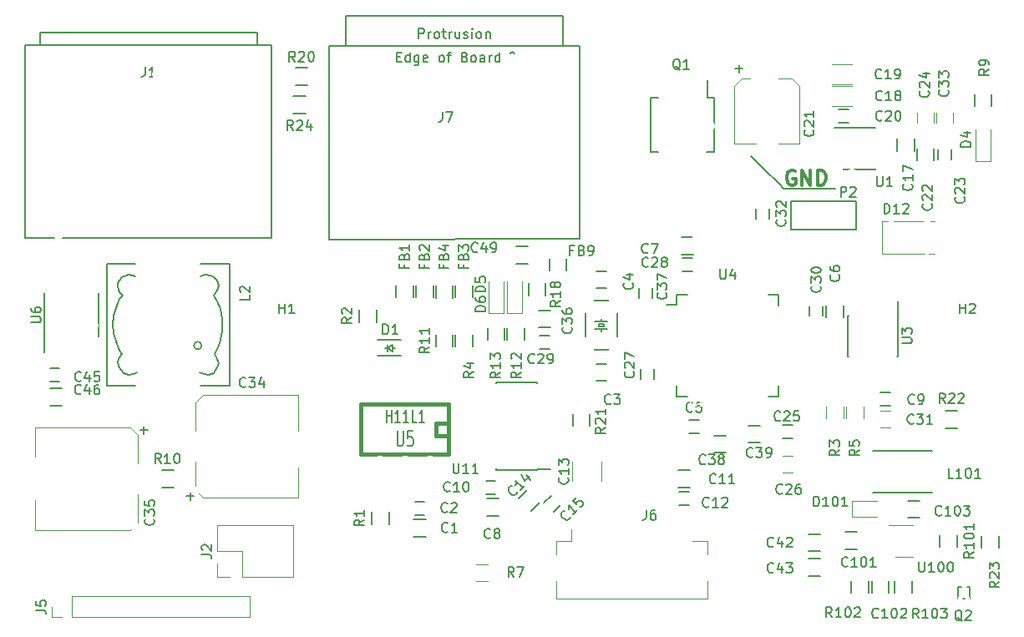
<source format=gbr>
G04 #@! TF.GenerationSoftware,KiCad,Pcbnew,5.1.4+dfsg1-1*
G04 #@! TF.CreationDate,2021-01-01T15:39:33+01:00*
G04 #@! TF.ProjectId,MIDI_FOOTSWITCH,4d494449-5f46-44f4-9f54-535749544348,rev?*
G04 #@! TF.SameCoordinates,PX4c4b400PY1312d00*
G04 #@! TF.FileFunction,Legend,Top*
G04 #@! TF.FilePolarity,Positive*
%FSLAX46Y46*%
G04 Gerber Fmt 4.6, Leading zero omitted, Abs format (unit mm)*
G04 Created by KiCad (PCBNEW 5.1.4+dfsg1-1) date 2021-01-01 15:39:33*
%MOMM*%
%LPD*%
G04 APERTURE LIST*
%ADD10C,0.200000*%
%ADD11C,0.300000*%
%ADD12C,0.150000*%
%ADD13C,0.120000*%
%ADD14C,0.127000*%
%ADD15C,0.381000*%
%ADD16C,0.152400*%
%ADD17C,2.700000*%
%ADD18C,2.400000*%
%ADD19R,0.250000X1.000000*%
%ADD20R,1.000000X0.250000*%
%ADD21R,1.800000X2.200000*%
%ADD22R,0.300000X1.300000*%
%ADD23R,1.300000X1.000000*%
%ADD24C,1.500000*%
%ADD25C,2.250000*%
%ADD26C,1.700000*%
%ADD27R,1.100000X1.900000*%
%ADD28R,1.000000X1.250000*%
%ADD29R,1.050000X1.050000*%
%ADD30C,1.050000*%
%ADD31R,1.000000X1.300000*%
%ADD32R,0.900000X0.600000*%
%ADD33R,1.500000X0.600000*%
%ADD34R,0.800000X1.000000*%
%ADD35R,2.200000X3.900000*%
%ADD36R,1.300000X1.500000*%
%ADD37R,1.560000X0.650000*%
%ADD38R,0.600000X1.550000*%
%ADD39O,1.574800X2.286000*%
%ADD40R,1.500000X1.300000*%
%ADD41C,6.600000*%
%ADD42R,2.500000X1.000000*%
%ADD43R,1.000000X1.600000*%
%ADD44R,0.900000X0.900000*%
%ADD45R,1.600000X3.500000*%
%ADD46R,1.250000X1.000000*%
%ADD47R,0.550000X1.750000*%
%ADD48R,0.825000X0.712500*%
%ADD49R,0.890000X0.420000*%
%ADD50R,4.000000X2.500000*%
%ADD51R,5.500000X3.800000*%
%ADD52R,0.450000X1.500000*%
%ADD53C,1.000000*%
%ADD54C,0.900000*%
%ADD55R,2.500000X1.800000*%
%ADD56R,0.400000X0.800000*%
%ADD57O,1.350000X1.350000*%
%ADD58R,1.350000X1.350000*%
%ADD59O,1.700000X1.700000*%
%ADD60R,1.700000X1.700000*%
%ADD61C,0.889000*%
%ADD62C,0.600000*%
%ADD63C,1.200000*%
G04 APERTURE END LIST*
D10*
X77400401Y-14610400D02*
X82582000Y-14610400D01*
D11*
X78543542Y-12793600D02*
X78400685Y-12722171D01*
X78186400Y-12722171D01*
X77972114Y-12793600D01*
X77829257Y-12936457D01*
X77757828Y-13079314D01*
X77686400Y-13365028D01*
X77686400Y-13579314D01*
X77757828Y-13865028D01*
X77829257Y-14007885D01*
X77972114Y-14150742D01*
X78186400Y-14222171D01*
X78329257Y-14222171D01*
X78543542Y-14150742D01*
X78614971Y-14079314D01*
X78614971Y-13579314D01*
X78329257Y-13579314D01*
X79257828Y-14222171D02*
X79257828Y-12722171D01*
X80114971Y-14222171D01*
X80114971Y-12722171D01*
X80829257Y-14222171D02*
X80829257Y-12722171D01*
X81186400Y-12722171D01*
X81400685Y-12793600D01*
X81543542Y-12936457D01*
X81614971Y-13079314D01*
X81686400Y-13365028D01*
X81686400Y-13579314D01*
X81614971Y-13865028D01*
X81543542Y-14007885D01*
X81400685Y-14150742D01*
X81186400Y-14222171D01*
X80829257Y-14222171D01*
D10*
X76917800Y-14127800D02*
X77400401Y-14610400D01*
X75419200Y-12629200D02*
X76917800Y-14127800D01*
X74073000Y-11282999D02*
X75406500Y-12616500D01*
D12*
X24000000Y1200000D02*
X24000000Y-50000D01*
X2000000Y1200000D02*
X2000000Y-50000D01*
X500000Y-19550000D02*
X25500000Y-19550000D01*
X25500000Y-50000D02*
X25500000Y-19550000D01*
X24000000Y1200000D02*
X2000000Y1200000D01*
X500000Y-19550000D02*
X500000Y-50000D01*
X500000Y-50000D02*
X25500000Y-50000D01*
X66541740Y-26332900D02*
X65516740Y-26332900D01*
X76891740Y-25332900D02*
X75816740Y-25332900D01*
X76891740Y-35682900D02*
X75816740Y-35682900D01*
X66541740Y-35682900D02*
X67616740Y-35682900D01*
X66541740Y-25332900D02*
X67616740Y-25332900D01*
X66541740Y-35682900D02*
X66541740Y-34607900D01*
X76891740Y-35682900D02*
X76891740Y-34607900D01*
X76891740Y-25332900D02*
X76891740Y-26407900D01*
X66541740Y-25332900D02*
X66541740Y-26332900D01*
D13*
X55826000Y-50328000D02*
X54336000Y-50328000D01*
X54336000Y-50328000D02*
X54336000Y-51668000D01*
X68146000Y-50328000D02*
X69636000Y-50328000D01*
X69636000Y-50328000D02*
X69636000Y-51668000D01*
X54336000Y-54388000D02*
X54336000Y-56128000D01*
X54336000Y-56128000D02*
X69636000Y-56128000D01*
X69636000Y-56128000D02*
X69636000Y-54388000D01*
X55826000Y-50328000D02*
X55826000Y-49128000D01*
D12*
X92625000Y-10550000D02*
X92625000Y-11750000D01*
X90875000Y-11750000D02*
X90875000Y-10550000D01*
X31300000Y-90000D02*
X56700000Y-90000D01*
X33000000Y2910000D02*
X33000000Y-90000D01*
X31300000Y-90000D02*
X31300000Y-19700000D01*
X55000000Y2910000D02*
X33000000Y2910000D01*
X56700000Y-90000D02*
X56700000Y-19700000D01*
X55000000Y2910000D02*
X55000000Y-90000D01*
X56700000Y-19700000D02*
X31300000Y-19750000D01*
X34375000Y-28100000D02*
X34375000Y-26900000D01*
X36125000Y-26900000D02*
X36125000Y-28100000D01*
X60478536Y-30932622D02*
X57278536Y-30932622D01*
D14*
X57278536Y-25932622D02*
X60478536Y-25932622D01*
X59513536Y-28051622D02*
X58878536Y-28051622D01*
X58878536Y-28051622D02*
X58243536Y-28051622D01*
X59132536Y-28305622D02*
X58624536Y-28305622D01*
X58624536Y-28305622D02*
X58624536Y-28559622D01*
X58624536Y-28559622D02*
X59132536Y-28559622D01*
X59132536Y-28559622D02*
X59132536Y-28305622D01*
X59513536Y-28813622D02*
X58878536Y-28813622D01*
X58878536Y-28813622D02*
X58243536Y-28813622D01*
X58878536Y-29067622D02*
X58878536Y-28813622D01*
X58878536Y-27797622D02*
X58878536Y-28051622D01*
X60478536Y-25932622D02*
X60478536Y-30932622D01*
X57278536Y-25932622D02*
X57278536Y-30932622D01*
D12*
X59378536Y-32408622D02*
X58378536Y-32408622D01*
X58378536Y-34108622D02*
X59378536Y-34108622D01*
X58378535Y-24710622D02*
X59378535Y-24710622D01*
X59378535Y-23010622D02*
X58378535Y-23010622D01*
X83459160Y-15826700D02*
X82570160Y-15826700D01*
X82570160Y-15826700D02*
X82529520Y-15831780D01*
X84744400Y-17922200D02*
X84741860Y-17200840D01*
X84741760Y-18777600D02*
X84741760Y-17977600D01*
X78091760Y-18777600D02*
X84741760Y-18777600D01*
X78091760Y-18777600D02*
X78091760Y-15827600D01*
X78091760Y-15827600D02*
X82641760Y-15827600D01*
X84741760Y-17177600D02*
X84741760Y-15827600D01*
X84741760Y-15827600D02*
X83441760Y-15827600D01*
X39900000Y-48125000D02*
X41100000Y-48125000D01*
X41100000Y-49875000D02*
X39900000Y-49875000D01*
X48500000Y-47775000D02*
X47300000Y-47775000D01*
X47300000Y-46025000D02*
X48500000Y-46025000D01*
X37750000Y-30750000D02*
X38000000Y-30750000D01*
X37250000Y-30750000D02*
X37000000Y-30750000D01*
X37250000Y-30750000D02*
X37750000Y-30400000D01*
X37750000Y-30400000D02*
X37750000Y-31100000D01*
X37750000Y-31100000D02*
X37250000Y-30750000D01*
X37250000Y-30400000D02*
X37250000Y-31100000D01*
X36200000Y-31550000D02*
X38600000Y-31550000D01*
X36200000Y-29950000D02*
X38600000Y-29950000D01*
X37375000Y-47400000D02*
X37375000Y-48600000D01*
X35625000Y-48600000D02*
X35625000Y-47400000D01*
X44125000Y-30600000D02*
X44125000Y-29400000D01*
X45875000Y-29400000D02*
X45875000Y-30600000D01*
X43875000Y-29400000D02*
X43875000Y-30600000D01*
X42125000Y-30600000D02*
X42125000Y-29400000D01*
X52356680Y-43073600D02*
X53731680Y-43073600D01*
X52356680Y-34198600D02*
X48206680Y-34198600D01*
X52356680Y-43098600D02*
X48206680Y-43098600D01*
X52356680Y-34198600D02*
X52356680Y-34313600D01*
X48206680Y-34198600D02*
X48206680Y-34313600D01*
X48206680Y-43098600D02*
X48206680Y-42983600D01*
X52356680Y-43098600D02*
X52356680Y-43073600D01*
X84800000Y-51175000D02*
X83600000Y-51175000D01*
X83600000Y-49425000D02*
X84800000Y-49425000D01*
X88075000Y-54400000D02*
X88075000Y-55600000D01*
X86325000Y-55600000D02*
X86325000Y-54400000D01*
X91200000Y-47975000D02*
X90000000Y-47975000D01*
X90000000Y-46225000D02*
X91200000Y-46225000D01*
D13*
X84300000Y-46300000D02*
X86850000Y-46300000D01*
X84300000Y-47900000D02*
X86850000Y-47900000D01*
X84300000Y-46300000D02*
X84300000Y-47900000D01*
D12*
X38125000Y-25600000D02*
X38125000Y-24400000D01*
X39875000Y-24400000D02*
X39875000Y-25600000D01*
X41875000Y-24400000D02*
X41875000Y-25600000D01*
X40125000Y-25600000D02*
X40125000Y-24400000D01*
X44125000Y-25600000D02*
X44125000Y-24400000D01*
X45875000Y-24400000D02*
X45875000Y-25600000D01*
X43875000Y-24450000D02*
X43875000Y-25650000D01*
X42125000Y-25650000D02*
X42125000Y-24450000D01*
X92400000Y-41200000D02*
X86400000Y-41200000D01*
X92400000Y-45400000D02*
X86400000Y-45400000D01*
D13*
X83480000Y-36700000D02*
X83480000Y-37900000D01*
X81720000Y-37900000D02*
X81720000Y-36700000D01*
X83720000Y-37900000D02*
X83720000Y-36700000D01*
X85480000Y-36700000D02*
X85480000Y-37900000D01*
D12*
X94975000Y-49700000D02*
X94975000Y-50900000D01*
X93225000Y-50900000D02*
X93225000Y-49700000D01*
X85975000Y-54400000D02*
X85975000Y-55600000D01*
X84225000Y-55600000D02*
X84225000Y-54400000D01*
X88625000Y-55600000D02*
X88625000Y-54400000D01*
X90375000Y-54400000D02*
X90375000Y-55600000D01*
D13*
X90500000Y-48690000D02*
X88050000Y-48690000D01*
X88700000Y-51910000D02*
X90500000Y-51910000D01*
D12*
X88950880Y-27434680D02*
X88950880Y-26034680D01*
X83850880Y-27434680D02*
X83850880Y-31584680D01*
X89000880Y-27434680D02*
X89000880Y-31584680D01*
X83850880Y-27434680D02*
X83995880Y-27434680D01*
X83850880Y-31584680D02*
X83995880Y-31584680D01*
X89000880Y-31584680D02*
X88855880Y-31584680D01*
X89000880Y-27434680D02*
X88950880Y-27434680D01*
D15*
X43445000Y-41540000D02*
X34555000Y-41540000D01*
X34555000Y-41540000D02*
X34555000Y-36460000D01*
X34555000Y-36460000D02*
X43445000Y-36460000D01*
X43445000Y-36460000D02*
X43445000Y-41540000D01*
X43445000Y-39635000D02*
X42175000Y-39635000D01*
X42175000Y-39635000D02*
X42175000Y-38365000D01*
X42175000Y-38365000D02*
X43445000Y-38365000D01*
D13*
X46200000Y-52670000D02*
X47400000Y-52670000D01*
X47400000Y-54430000D02*
X46200000Y-54430000D01*
X58894000Y-44246000D02*
X58894000Y-42246000D01*
X55934000Y-42246000D02*
X55934000Y-44246000D01*
X82300000Y-6220000D02*
X84300000Y-6220000D01*
X84300000Y-4180000D02*
X82300000Y-4180000D01*
X84300000Y-1980000D02*
X82300000Y-1980000D01*
X82300000Y-4020000D02*
X84300000Y-4020000D01*
D12*
X83950000Y-7875000D02*
X82950000Y-7875000D01*
X82950000Y-6525000D02*
X83950000Y-6525000D01*
D13*
X79000000Y-4160000D02*
X79000000Y-10000000D01*
X78240000Y-3400000D02*
X79000000Y-4160000D01*
X72400000Y-4160000D02*
X73160000Y-3400000D01*
X72400000Y-10000000D02*
X72400000Y-4160000D01*
X78240000Y-3400000D02*
X76820000Y-3400000D01*
X79000000Y-10000000D02*
X76820000Y-10000000D01*
X72400000Y-10000000D02*
X74580000Y-10000000D01*
X73160000Y-3400000D02*
X74580000Y-3400000D01*
X90900000Y-6900000D02*
X90900000Y-7900000D01*
X92600000Y-7900000D02*
X92600000Y-6900000D01*
X77300000Y-43350000D02*
X78300000Y-43350000D01*
X78300000Y-41650000D02*
X77300000Y-41650000D01*
X87200000Y-38850000D02*
X88200000Y-38850000D01*
X88200000Y-37150000D02*
X87200000Y-37150000D01*
X92850000Y-6900000D02*
X92850000Y-7900000D01*
X94550000Y-7900000D02*
X94550000Y-6900000D01*
D12*
X69650000Y-5350000D02*
X69650000Y-3600000D01*
X63895000Y-5350000D02*
X63895000Y-10850000D01*
X70305000Y-5350000D02*
X70305000Y-10850000D01*
X63895000Y-5350000D02*
X64645000Y-5350000D01*
X63895000Y-10850000D02*
X64645000Y-10850000D01*
X70305000Y-10850000D02*
X69555000Y-10850000D01*
X70305000Y-5350000D02*
X69650000Y-5350000D01*
X98475000Y-5000000D02*
X98475000Y-6200000D01*
X96725000Y-6200000D02*
X96725000Y-5000000D01*
X83425000Y-8375000D02*
X82500000Y-8375000D01*
X83425000Y-12625000D02*
X86675000Y-12625000D01*
X83425000Y-8375000D02*
X86675000Y-8375000D01*
X83425000Y-12625000D02*
X83425000Y-12560000D01*
X86675000Y-12625000D02*
X86675000Y-12560000D01*
X86675000Y-8375000D02*
X86675000Y-8440000D01*
D13*
X18550000Y-35540000D02*
X28210000Y-35540000D01*
X17790000Y-36300000D02*
X18550000Y-35540000D01*
X18550000Y-45960000D02*
X17790000Y-45200000D01*
X28210000Y-45960000D02*
X18550000Y-45960000D01*
X28210000Y-35540000D02*
X28210000Y-39190000D01*
X28210000Y-45960000D02*
X28210000Y-42310000D01*
X17790000Y-45200000D02*
X17790000Y-42310000D01*
X17790000Y-36300000D02*
X17790000Y-39190000D01*
X11960000Y-48450000D02*
X11960000Y-45560000D01*
X11960000Y-39550000D02*
X11960000Y-42440000D01*
X1540000Y-38790000D02*
X1540000Y-42440000D01*
X1540000Y-49210000D02*
X1540000Y-45560000D01*
X1540000Y-38790000D02*
X11200000Y-38790000D01*
X11200000Y-38790000D02*
X11960000Y-39550000D01*
X11960000Y-48450000D02*
X11200000Y-49210000D01*
X11200000Y-49210000D02*
X1540000Y-49210000D01*
X50850000Y-24000000D02*
X50850000Y-27200000D01*
X49350000Y-27200000D02*
X49350000Y-24000000D01*
X49350000Y-27200000D02*
X50850000Y-27200000D01*
X47500000Y-27200000D02*
X49000000Y-27200000D01*
X47500000Y-27200000D02*
X47500000Y-24000000D01*
X49000000Y-24000000D02*
X49000000Y-27200000D01*
D12*
X18390974Y-30500580D02*
G75*
G03X18390974Y-30500580I-391234J0D01*
G01*
X18299460Y-23500340D02*
X18401060Y-23398740D01*
X18401060Y-23398740D02*
X18799840Y-23299680D01*
X18799840Y-23299680D02*
X19300220Y-23398740D01*
X19300220Y-23398740D02*
X19599940Y-23599400D01*
X19599940Y-23599400D02*
X20001260Y-23899120D01*
X20001260Y-23899120D02*
X20100320Y-24399500D01*
X20100320Y-24399500D02*
X20001260Y-24899880D01*
X20001260Y-24899880D02*
X19699000Y-25301200D01*
X19699000Y-25301200D02*
X19599940Y-25400260D01*
X19599940Y-25400260D02*
X20001260Y-25999700D01*
X20001260Y-25999700D02*
X20300980Y-26799800D01*
X20300980Y-26799800D02*
X20499100Y-27800560D01*
X20499100Y-27800560D02*
X20499100Y-28999440D01*
X20499100Y-28999440D02*
X20300980Y-29901140D01*
X20300980Y-29901140D02*
X20100320Y-30500580D01*
X20100320Y-30500580D02*
X19899660Y-31000960D01*
X19899660Y-31000960D02*
X19699000Y-31399740D01*
X19699000Y-31399740D02*
X19899660Y-31699460D01*
X19899660Y-31699460D02*
X20100320Y-32298900D01*
X20100320Y-32298900D02*
X20001260Y-32700220D01*
X20001260Y-32700220D02*
X19800600Y-32999940D01*
X19800600Y-32999940D02*
X19599940Y-33299660D01*
X19599940Y-33299660D02*
X19099560Y-33500320D01*
X19099560Y-33500320D02*
X18599180Y-33401260D01*
X18599180Y-33401260D02*
X18200400Y-33200600D01*
X11700540Y-23500340D02*
X11400820Y-23398740D01*
X11400820Y-23398740D02*
X10999500Y-23299680D01*
X10999500Y-23299680D02*
X10699780Y-23398740D01*
X10699780Y-23398740D02*
X10301000Y-23599400D01*
X10301000Y-23599400D02*
X10100340Y-23899120D01*
X10100340Y-23899120D02*
X9899680Y-24198840D01*
X9899680Y-24198840D02*
X9899680Y-24501100D01*
X9899680Y-24501100D02*
X9998740Y-24800820D01*
X9998740Y-24800820D02*
X10100340Y-25100540D01*
X10100340Y-25100540D02*
X10400060Y-25400260D01*
X10400060Y-25400260D02*
X10100340Y-25799040D01*
X10100340Y-25799040D02*
X9899680Y-26200360D01*
X9899680Y-26200360D02*
X9699020Y-26700740D01*
X9699020Y-26700740D02*
X9500900Y-27500840D01*
X9500900Y-27500840D02*
X9399300Y-28400000D01*
X9399300Y-28400000D02*
X9500900Y-29200100D01*
X9500900Y-29200100D02*
X9699020Y-30099260D01*
X9699020Y-30099260D02*
X10100340Y-31000960D01*
X10100340Y-31000960D02*
X10301000Y-31399740D01*
X10301000Y-31399740D02*
X10100340Y-31699460D01*
X10100340Y-31699460D02*
X9899680Y-32100780D01*
X9899680Y-32100780D02*
X9998740Y-32601160D01*
X9998740Y-32601160D02*
X10199400Y-32999940D01*
X10199400Y-32999940D02*
X10499120Y-33299660D01*
X10499120Y-33299660D02*
X10999500Y-33500320D01*
X10999500Y-33500320D02*
X11499880Y-33401260D01*
X11499880Y-33401260D02*
X11799600Y-33200600D01*
X18299460Y-34600140D02*
X21200140Y-34600140D01*
X21200140Y-34600140D02*
X21200140Y-22199860D01*
X21200140Y-22199860D02*
X18299460Y-22199860D01*
X8799860Y-22199860D02*
X8799860Y-34600140D01*
X8799860Y-34600140D02*
X11700540Y-34600140D01*
X8799860Y-22199860D02*
X11700540Y-22199860D01*
X14400000Y-43125000D02*
X15600000Y-43125000D01*
X15600000Y-44875000D02*
X14400000Y-44875000D01*
X49375000Y-29950000D02*
X49375000Y-28750000D01*
X51125000Y-28750000D02*
X51125000Y-29950000D01*
X49125000Y-28750000D02*
X49125000Y-29950000D01*
X47375000Y-29950000D02*
X47375000Y-28750000D01*
X51525000Y-25400000D02*
X51525000Y-24200000D01*
X53275000Y-24200000D02*
X53275000Y-25400000D01*
X2400000Y-31175000D02*
X2400000Y-25200000D01*
X7925000Y-29600000D02*
X7925000Y-25200000D01*
X41000000Y-47675000D02*
X40000000Y-47675000D01*
X40000000Y-46325000D02*
X41000000Y-46325000D01*
X67800000Y-38025000D02*
X68800000Y-38025000D01*
X68800000Y-39375000D02*
X67800000Y-39375000D01*
X81725000Y-27625000D02*
X81725000Y-26425000D01*
X83475000Y-26425000D02*
X83475000Y-27625000D01*
X67000000Y-19525000D02*
X68200000Y-19525000D01*
X68200000Y-21275000D02*
X67000000Y-21275000D01*
X87200000Y-35275000D02*
X88200000Y-35275000D01*
X88200000Y-36625000D02*
X87200000Y-36625000D01*
X47200000Y-44225000D02*
X48200000Y-44225000D01*
X48200000Y-45575000D02*
X47200000Y-45575000D01*
X67920000Y-44883000D02*
X66720000Y-44883000D01*
X66720000Y-43133000D02*
X67920000Y-43133000D01*
X66820000Y-45365000D02*
X67820000Y-45365000D01*
X67820000Y-46715000D02*
X66820000Y-46715000D01*
X50557017Y-46005546D02*
X51405546Y-45157017D01*
X52642983Y-46394454D02*
X51794454Y-47242983D01*
X54755850Y-46673744D02*
X54048744Y-47380850D01*
X53094150Y-46426256D02*
X53801256Y-45719150D01*
X90625000Y-9550000D02*
X90625000Y-10750000D01*
X88875000Y-10750000D02*
X88875000Y-9550000D01*
X94375000Y-10650000D02*
X94375000Y-11650000D01*
X93025000Y-11650000D02*
X93025000Y-10650000D01*
X78300000Y-39875000D02*
X77300000Y-39875000D01*
X77300000Y-38525000D02*
X78300000Y-38525000D01*
X64275000Y-32900000D02*
X64275000Y-33900000D01*
X62925000Y-33900000D02*
X62925000Y-32900000D01*
X68100000Y-22975000D02*
X67100000Y-22975000D01*
X67100000Y-21625000D02*
X68100000Y-21625000D01*
X52650000Y-29525000D02*
X53650000Y-29525000D01*
X53650000Y-30875000D02*
X52650000Y-30875000D01*
X81375000Y-26500000D02*
X81375000Y-27500000D01*
X80025000Y-27500000D02*
X80025000Y-26500000D01*
X74590120Y-17619560D02*
X74590120Y-16619560D01*
X75940120Y-16619560D02*
X75940120Y-17619560D01*
X52550000Y-26925000D02*
X53750000Y-26925000D01*
X53750000Y-28675000D02*
X52550000Y-28675000D01*
X62725000Y-25700000D02*
X62725000Y-24700000D01*
X64075000Y-24700000D02*
X64075000Y-25700000D01*
X70300000Y-39625000D02*
X71500000Y-39625000D01*
X71500000Y-41375000D02*
X70300000Y-41375000D01*
X73800000Y-38625000D02*
X75000000Y-38625000D01*
X75000000Y-40375000D02*
X73800000Y-40375000D01*
D13*
X96850000Y-11800000D02*
X98350000Y-11800000D01*
X96850000Y-11800000D02*
X96850000Y-8600000D01*
X98350000Y-8600000D02*
X98350000Y-11800000D01*
D12*
X79900000Y-49625000D02*
X81100000Y-49625000D01*
X81100000Y-51375000D02*
X79900000Y-51375000D01*
X81100000Y-53875000D02*
X79900000Y-53875000D01*
X79900000Y-52125000D02*
X81100000Y-52125000D01*
X4000000Y-34175000D02*
X3000000Y-34175000D01*
X3000000Y-32825000D02*
X4000000Y-32825000D01*
X3000000Y-34825000D02*
X4200000Y-34825000D01*
X4200000Y-36575000D02*
X3000000Y-36575000D01*
X53625000Y-22900000D02*
X53625000Y-21700000D01*
X55375000Y-21700000D02*
X55375000Y-22900000D01*
X50250000Y-20425000D02*
X51450000Y-20425000D01*
X51450000Y-22175000D02*
X50250000Y-22175000D01*
X29100000Y-4075000D02*
X27900000Y-4075000D01*
X27900000Y-2325000D02*
X29100000Y-2325000D01*
X27700000Y-5225000D02*
X28900000Y-5225000D01*
X28900000Y-6975000D02*
X27700000Y-6975000D01*
D13*
X87325000Y-17875000D02*
X87325000Y-21175000D01*
X87325000Y-21175000D02*
X92725000Y-21175000D01*
X87325000Y-17875000D02*
X92725000Y-17875000D01*
D12*
X95775000Y-56200000D02*
X95575000Y-56200000D01*
X95975000Y-55000000D02*
X96275000Y-55000000D01*
X96275000Y-55000000D02*
X96275000Y-56200000D01*
X95075000Y-56200000D02*
X95075000Y-55000000D01*
X95075000Y-55000000D02*
X95375000Y-55000000D01*
X57755000Y-37420000D02*
X57755000Y-38620000D01*
X56005000Y-38620000D02*
X56005000Y-37420000D01*
X93800000Y-37125000D02*
X95000000Y-37125000D01*
X95000000Y-38875000D02*
X93800000Y-38875000D01*
X99175000Y-49775000D02*
X99175000Y-50975000D01*
X97425000Y-50975000D02*
X97425000Y-49775000D01*
D13*
X3159999Y-58060000D02*
X3159999Y-57000000D01*
X4219999Y-58060000D02*
X3159999Y-58060000D01*
X5219999Y-58060000D02*
X5219999Y-55940000D01*
X5219999Y-55940000D02*
X23279999Y-55940000D01*
X5219999Y-58060000D02*
X23279999Y-58060000D01*
X23279999Y-58060000D02*
X23279999Y-55940000D01*
X19945000Y-53955000D02*
X19945000Y-52625000D01*
X21275000Y-53955000D02*
X19945000Y-53955000D01*
X19945000Y-51355000D02*
X19945000Y-48755000D01*
X22545000Y-51355000D02*
X19945000Y-51355000D01*
X22545000Y-53955000D02*
X22545000Y-51355000D01*
X19945000Y-48755000D02*
X27685000Y-48755000D01*
X22545000Y-53955000D02*
X27685000Y-53955000D01*
X27685000Y-53955000D02*
X27685000Y-48755000D01*
D12*
X12666666Y-2252380D02*
X12666666Y-2966666D01*
X12619047Y-3109523D01*
X12523809Y-3204761D01*
X12380952Y-3252380D01*
X12285714Y-3252380D01*
X13666666Y-3252380D02*
X13095238Y-3252380D01*
X13380952Y-3252380D02*
X13380952Y-2252380D01*
X13285714Y-2395238D01*
X13190476Y-2490476D01*
X13095238Y-2538095D01*
X70954835Y-22760280D02*
X70954835Y-23569804D01*
X71002454Y-23665042D01*
X71050073Y-23712661D01*
X71145311Y-23760280D01*
X71335787Y-23760280D01*
X71431025Y-23712661D01*
X71478644Y-23665042D01*
X71526263Y-23569804D01*
X71526263Y-22760280D01*
X72431025Y-23093614D02*
X72431025Y-23760280D01*
X72192930Y-22712661D02*
X71954835Y-23426947D01*
X72573882Y-23426947D01*
X63452666Y-47180380D02*
X63452666Y-47894666D01*
X63405047Y-48037523D01*
X63309809Y-48132761D01*
X63166952Y-48180380D01*
X63071714Y-48180380D01*
X64357428Y-47180380D02*
X64166952Y-47180380D01*
X64071714Y-47228000D01*
X64024095Y-47275619D01*
X63928857Y-47418476D01*
X63881238Y-47608952D01*
X63881238Y-47989904D01*
X63928857Y-48085142D01*
X63976476Y-48132761D01*
X64071714Y-48180380D01*
X64262190Y-48180380D01*
X64357428Y-48132761D01*
X64405047Y-48085142D01*
X64452666Y-47989904D01*
X64452666Y-47751809D01*
X64405047Y-47656571D01*
X64357428Y-47608952D01*
X64262190Y-47561333D01*
X64071714Y-47561333D01*
X63976476Y-47608952D01*
X63928857Y-47656571D01*
X63881238Y-47751809D01*
X92357142Y-16142857D02*
X92404761Y-16190476D01*
X92452380Y-16333333D01*
X92452380Y-16428571D01*
X92404761Y-16571428D01*
X92309523Y-16666666D01*
X92214285Y-16714285D01*
X92023809Y-16761904D01*
X91880952Y-16761904D01*
X91690476Y-16714285D01*
X91595238Y-16666666D01*
X91500000Y-16571428D01*
X91452380Y-16428571D01*
X91452380Y-16333333D01*
X91500000Y-16190476D01*
X91547619Y-16142857D01*
X91547619Y-15761904D02*
X91500000Y-15714285D01*
X91452380Y-15619047D01*
X91452380Y-15380952D01*
X91500000Y-15285714D01*
X91547619Y-15238095D01*
X91642857Y-15190476D01*
X91738095Y-15190476D01*
X91880952Y-15238095D01*
X92452380Y-15809523D01*
X92452380Y-15190476D01*
X91547619Y-14809523D02*
X91500000Y-14761904D01*
X91452380Y-14666666D01*
X91452380Y-14428571D01*
X91500000Y-14333333D01*
X91547619Y-14285714D01*
X91642857Y-14238095D01*
X91738095Y-14238095D01*
X91880952Y-14285714D01*
X92452380Y-14857142D01*
X92452380Y-14238095D01*
X42816666Y-6802380D02*
X42816666Y-7516666D01*
X42769047Y-7659523D01*
X42673809Y-7754761D01*
X42530952Y-7802380D01*
X42435714Y-7802380D01*
X43197619Y-6802380D02*
X43864285Y-6802380D01*
X43435714Y-7802380D01*
X38169047Y-1228571D02*
X38502380Y-1228571D01*
X38645238Y-1752380D02*
X38169047Y-1752380D01*
X38169047Y-752380D01*
X38645238Y-752380D01*
X39502380Y-1752380D02*
X39502380Y-752380D01*
X39502380Y-1704761D02*
X39407142Y-1752380D01*
X39216666Y-1752380D01*
X39121428Y-1704761D01*
X39073809Y-1657142D01*
X39026190Y-1561904D01*
X39026190Y-1276190D01*
X39073809Y-1180952D01*
X39121428Y-1133333D01*
X39216666Y-1085714D01*
X39407142Y-1085714D01*
X39502380Y-1133333D01*
X40407142Y-1085714D02*
X40407142Y-1895238D01*
X40359523Y-1990476D01*
X40311904Y-2038095D01*
X40216666Y-2085714D01*
X40073809Y-2085714D01*
X39978571Y-2038095D01*
X40407142Y-1704761D02*
X40311904Y-1752380D01*
X40121428Y-1752380D01*
X40026190Y-1704761D01*
X39978571Y-1657142D01*
X39930952Y-1561904D01*
X39930952Y-1276190D01*
X39978571Y-1180952D01*
X40026190Y-1133333D01*
X40121428Y-1085714D01*
X40311904Y-1085714D01*
X40407142Y-1133333D01*
X41264285Y-1704761D02*
X41169047Y-1752380D01*
X40978571Y-1752380D01*
X40883333Y-1704761D01*
X40835714Y-1609523D01*
X40835714Y-1228571D01*
X40883333Y-1133333D01*
X40978571Y-1085714D01*
X41169047Y-1085714D01*
X41264285Y-1133333D01*
X41311904Y-1228571D01*
X41311904Y-1323809D01*
X40835714Y-1419047D01*
X42645238Y-1752380D02*
X42550000Y-1704761D01*
X42502380Y-1657142D01*
X42454761Y-1561904D01*
X42454761Y-1276190D01*
X42502380Y-1180952D01*
X42550000Y-1133333D01*
X42645238Y-1085714D01*
X42788095Y-1085714D01*
X42883333Y-1133333D01*
X42930952Y-1180952D01*
X42978571Y-1276190D01*
X42978571Y-1561904D01*
X42930952Y-1657142D01*
X42883333Y-1704761D01*
X42788095Y-1752380D01*
X42645238Y-1752380D01*
X43264285Y-1085714D02*
X43645238Y-1085714D01*
X43407142Y-1752380D02*
X43407142Y-895238D01*
X43454761Y-800000D01*
X43550000Y-752380D01*
X43645238Y-752380D01*
X45073809Y-1228571D02*
X45216666Y-1276190D01*
X45264285Y-1323809D01*
X45311904Y-1419047D01*
X45311904Y-1561904D01*
X45264285Y-1657142D01*
X45216666Y-1704761D01*
X45121428Y-1752380D01*
X44740476Y-1752380D01*
X44740476Y-752380D01*
X45073809Y-752380D01*
X45169047Y-800000D01*
X45216666Y-847619D01*
X45264285Y-942857D01*
X45264285Y-1038095D01*
X45216666Y-1133333D01*
X45169047Y-1180952D01*
X45073809Y-1228571D01*
X44740476Y-1228571D01*
X45883333Y-1752380D02*
X45788095Y-1704761D01*
X45740476Y-1657142D01*
X45692857Y-1561904D01*
X45692857Y-1276190D01*
X45740476Y-1180952D01*
X45788095Y-1133333D01*
X45883333Y-1085714D01*
X46026190Y-1085714D01*
X46121428Y-1133333D01*
X46169047Y-1180952D01*
X46216666Y-1276190D01*
X46216666Y-1561904D01*
X46169047Y-1657142D01*
X46121428Y-1704761D01*
X46026190Y-1752380D01*
X45883333Y-1752380D01*
X47073809Y-1752380D02*
X47073809Y-1228571D01*
X47026190Y-1133333D01*
X46930952Y-1085714D01*
X46740476Y-1085714D01*
X46645238Y-1133333D01*
X47073809Y-1704761D02*
X46978571Y-1752380D01*
X46740476Y-1752380D01*
X46645238Y-1704761D01*
X46597619Y-1609523D01*
X46597619Y-1514285D01*
X46645238Y-1419047D01*
X46740476Y-1371428D01*
X46978571Y-1371428D01*
X47073809Y-1323809D01*
X47550000Y-1752380D02*
X47550000Y-1085714D01*
X47550000Y-1276190D02*
X47597619Y-1180952D01*
X47645238Y-1133333D01*
X47740476Y-1085714D01*
X47835714Y-1085714D01*
X48597619Y-1752380D02*
X48597619Y-752380D01*
X48597619Y-1704761D02*
X48502380Y-1752380D01*
X48311904Y-1752380D01*
X48216666Y-1704761D01*
X48169047Y-1657142D01*
X48121428Y-1561904D01*
X48121428Y-1276190D01*
X48169047Y-1180952D01*
X48216666Y-1133333D01*
X48311904Y-1085714D01*
X48502380Y-1085714D01*
X48597619Y-1133333D01*
X49692857Y-847619D02*
X49883333Y-704761D01*
X50073809Y-847619D01*
X40380952Y647620D02*
X40380952Y1647620D01*
X40761904Y1647620D01*
X40857142Y1600000D01*
X40904761Y1552381D01*
X40952380Y1457143D01*
X40952380Y1314286D01*
X40904761Y1219048D01*
X40857142Y1171429D01*
X40761904Y1123810D01*
X40380952Y1123810D01*
X41380952Y647620D02*
X41380952Y1314286D01*
X41380952Y1123810D02*
X41428571Y1219048D01*
X41476190Y1266667D01*
X41571428Y1314286D01*
X41666666Y1314286D01*
X42142857Y647620D02*
X42047619Y695239D01*
X42000000Y742858D01*
X41952380Y838096D01*
X41952380Y1123810D01*
X42000000Y1219048D01*
X42047619Y1266667D01*
X42142857Y1314286D01*
X42285714Y1314286D01*
X42380952Y1266667D01*
X42428571Y1219048D01*
X42476190Y1123810D01*
X42476190Y838096D01*
X42428571Y742858D01*
X42380952Y695239D01*
X42285714Y647620D01*
X42142857Y647620D01*
X42761904Y1314286D02*
X43142857Y1314286D01*
X42904761Y1647620D02*
X42904761Y790477D01*
X42952380Y695239D01*
X43047619Y647620D01*
X43142857Y647620D01*
X43476190Y647620D02*
X43476190Y1314286D01*
X43476190Y1123810D02*
X43523809Y1219048D01*
X43571428Y1266667D01*
X43666666Y1314286D01*
X43761904Y1314286D01*
X44523809Y1314286D02*
X44523809Y647620D01*
X44095238Y1314286D02*
X44095238Y790477D01*
X44142857Y695239D01*
X44238095Y647620D01*
X44380952Y647620D01*
X44476190Y695239D01*
X44523809Y742858D01*
X44952380Y695239D02*
X45047619Y647620D01*
X45238095Y647620D01*
X45333333Y695239D01*
X45380952Y790477D01*
X45380952Y838096D01*
X45333333Y933334D01*
X45238095Y980953D01*
X45095238Y980953D01*
X45000000Y1028572D01*
X44952380Y1123810D01*
X44952380Y1171429D01*
X45000000Y1266667D01*
X45095238Y1314286D01*
X45238095Y1314286D01*
X45333333Y1266667D01*
X45809523Y647620D02*
X45809523Y1314286D01*
X45809523Y1647620D02*
X45761904Y1600000D01*
X45809523Y1552381D01*
X45857142Y1600000D01*
X45809523Y1647620D01*
X45809523Y1552381D01*
X46428571Y647620D02*
X46333333Y695239D01*
X46285714Y742858D01*
X46238095Y838096D01*
X46238095Y1123810D01*
X46285714Y1219048D01*
X46333333Y1266667D01*
X46428571Y1314286D01*
X46571428Y1314286D01*
X46666666Y1266667D01*
X46714285Y1219048D01*
X46761904Y1123810D01*
X46761904Y838096D01*
X46714285Y742858D01*
X46666666Y695239D01*
X46571428Y647620D01*
X46428571Y647620D01*
X47190476Y1314286D02*
X47190476Y647620D01*
X47190476Y1219048D02*
X47238095Y1266667D01*
X47333333Y1314286D01*
X47476190Y1314286D01*
X47571428Y1266667D01*
X47619047Y1171429D01*
X47619047Y647620D01*
X33602380Y-27666666D02*
X33126190Y-28000000D01*
X33602380Y-28238095D02*
X32602380Y-28238095D01*
X32602380Y-27857142D01*
X32650000Y-27761904D01*
X32697619Y-27714285D01*
X32792857Y-27666666D01*
X32935714Y-27666666D01*
X33030952Y-27714285D01*
X33078571Y-27761904D01*
X33126190Y-27857142D01*
X33126190Y-28238095D01*
X32697619Y-27285714D02*
X32650000Y-27238095D01*
X32602380Y-27142857D01*
X32602380Y-26904761D01*
X32650000Y-26809523D01*
X32697619Y-26761904D01*
X32792857Y-26714285D01*
X32888095Y-26714285D01*
X33030952Y-26761904D01*
X33602380Y-27333333D01*
X33602380Y-26714285D01*
X59858333Y-36357142D02*
X59810714Y-36404761D01*
X59667857Y-36452380D01*
X59572619Y-36452380D01*
X59429761Y-36404761D01*
X59334523Y-36309523D01*
X59286904Y-36214285D01*
X59239285Y-36023809D01*
X59239285Y-35880952D01*
X59286904Y-35690476D01*
X59334523Y-35595238D01*
X59429761Y-35500000D01*
X59572619Y-35452380D01*
X59667857Y-35452380D01*
X59810714Y-35500000D01*
X59858333Y-35547619D01*
X60191666Y-35452380D02*
X60810714Y-35452380D01*
X60477380Y-35833333D01*
X60620238Y-35833333D01*
X60715476Y-35880952D01*
X60763095Y-35928571D01*
X60810714Y-36023809D01*
X60810714Y-36261904D01*
X60763095Y-36357142D01*
X60715476Y-36404761D01*
X60620238Y-36452380D01*
X60334523Y-36452380D01*
X60239285Y-36404761D01*
X60191666Y-36357142D01*
X62057142Y-24166666D02*
X62104761Y-24214285D01*
X62152380Y-24357142D01*
X62152380Y-24452380D01*
X62104761Y-24595238D01*
X62009523Y-24690476D01*
X61914285Y-24738095D01*
X61723809Y-24785714D01*
X61580952Y-24785714D01*
X61390476Y-24738095D01*
X61295238Y-24690476D01*
X61200000Y-24595238D01*
X61152380Y-24452380D01*
X61152380Y-24357142D01*
X61200000Y-24214285D01*
X61247619Y-24166666D01*
X61485714Y-23309523D02*
X62152380Y-23309523D01*
X61104761Y-23547619D02*
X61819047Y-23785714D01*
X61819047Y-23166666D01*
X83172944Y-15407980D02*
X83172944Y-14407980D01*
X83553897Y-14407980D01*
X83649135Y-14455600D01*
X83696754Y-14503219D01*
X83744373Y-14598457D01*
X83744373Y-14741314D01*
X83696754Y-14836552D01*
X83649135Y-14884171D01*
X83553897Y-14931790D01*
X83172944Y-14931790D01*
X84125325Y-14503219D02*
X84172944Y-14455600D01*
X84268182Y-14407980D01*
X84506278Y-14407980D01*
X84601516Y-14455600D01*
X84649135Y-14503219D01*
X84696754Y-14598457D01*
X84696754Y-14693695D01*
X84649135Y-14836552D01*
X84077706Y-15407980D01*
X84696754Y-15407980D01*
X43333333Y-49357142D02*
X43285714Y-49404761D01*
X43142857Y-49452380D01*
X43047619Y-49452380D01*
X42904761Y-49404761D01*
X42809523Y-49309523D01*
X42761904Y-49214285D01*
X42714285Y-49023809D01*
X42714285Y-48880952D01*
X42761904Y-48690476D01*
X42809523Y-48595238D01*
X42904761Y-48500000D01*
X43047619Y-48452380D01*
X43142857Y-48452380D01*
X43285714Y-48500000D01*
X43333333Y-48547619D01*
X44285714Y-49452380D02*
X43714285Y-49452380D01*
X44000000Y-49452380D02*
X44000000Y-48452380D01*
X43904761Y-48595238D01*
X43809523Y-48690476D01*
X43714285Y-48738095D01*
X47653333Y-49967142D02*
X47605714Y-50014761D01*
X47462857Y-50062380D01*
X47367619Y-50062380D01*
X47224761Y-50014761D01*
X47129523Y-49919523D01*
X47081904Y-49824285D01*
X47034285Y-49633809D01*
X47034285Y-49490952D01*
X47081904Y-49300476D01*
X47129523Y-49205238D01*
X47224761Y-49110000D01*
X47367619Y-49062380D01*
X47462857Y-49062380D01*
X47605714Y-49110000D01*
X47653333Y-49157619D01*
X48224761Y-49490952D02*
X48129523Y-49443333D01*
X48081904Y-49395714D01*
X48034285Y-49300476D01*
X48034285Y-49252857D01*
X48081904Y-49157619D01*
X48129523Y-49110000D01*
X48224761Y-49062380D01*
X48415238Y-49062380D01*
X48510476Y-49110000D01*
X48558095Y-49157619D01*
X48605714Y-49252857D01*
X48605714Y-49300476D01*
X48558095Y-49395714D01*
X48510476Y-49443333D01*
X48415238Y-49490952D01*
X48224761Y-49490952D01*
X48129523Y-49538571D01*
X48081904Y-49586190D01*
X48034285Y-49681428D01*
X48034285Y-49871904D01*
X48081904Y-49967142D01*
X48129523Y-50014761D01*
X48224761Y-50062380D01*
X48415238Y-50062380D01*
X48510476Y-50014761D01*
X48558095Y-49967142D01*
X48605714Y-49871904D01*
X48605714Y-49681428D01*
X48558095Y-49586190D01*
X48510476Y-49538571D01*
X48415238Y-49490952D01*
X36761904Y-29352380D02*
X36761904Y-28352380D01*
X37000000Y-28352380D01*
X37142857Y-28400000D01*
X37238095Y-28495238D01*
X37285714Y-28590476D01*
X37333333Y-28780952D01*
X37333333Y-28923809D01*
X37285714Y-29114285D01*
X37238095Y-29209523D01*
X37142857Y-29304761D01*
X37000000Y-29352380D01*
X36761904Y-29352380D01*
X38285714Y-29352380D02*
X37714285Y-29352380D01*
X38000000Y-29352380D02*
X38000000Y-28352380D01*
X37904761Y-28495238D01*
X37809523Y-28590476D01*
X37714285Y-28638095D01*
X34852380Y-48166666D02*
X34376190Y-48500000D01*
X34852380Y-48738095D02*
X33852380Y-48738095D01*
X33852380Y-48357142D01*
X33900000Y-48261904D01*
X33947619Y-48214285D01*
X34042857Y-48166666D01*
X34185714Y-48166666D01*
X34280952Y-48214285D01*
X34328571Y-48261904D01*
X34376190Y-48357142D01*
X34376190Y-48738095D01*
X34852380Y-47214285D02*
X34852380Y-47785714D01*
X34852380Y-47500000D02*
X33852380Y-47500000D01*
X33995238Y-47595238D01*
X34090476Y-47690476D01*
X34138095Y-47785714D01*
X45952380Y-33166666D02*
X45476190Y-33500000D01*
X45952380Y-33738095D02*
X44952380Y-33738095D01*
X44952380Y-33357142D01*
X45000000Y-33261904D01*
X45047619Y-33214285D01*
X45142857Y-33166666D01*
X45285714Y-33166666D01*
X45380952Y-33214285D01*
X45428571Y-33261904D01*
X45476190Y-33357142D01*
X45476190Y-33738095D01*
X45285714Y-32309523D02*
X45952380Y-32309523D01*
X44904761Y-32547619D02*
X45619047Y-32785714D01*
X45619047Y-32166666D01*
X41452380Y-30642857D02*
X40976190Y-30976190D01*
X41452380Y-31214285D02*
X40452380Y-31214285D01*
X40452380Y-30833333D01*
X40500000Y-30738095D01*
X40547619Y-30690476D01*
X40642857Y-30642857D01*
X40785714Y-30642857D01*
X40880952Y-30690476D01*
X40928571Y-30738095D01*
X40976190Y-30833333D01*
X40976190Y-31214285D01*
X41452380Y-29690476D02*
X41452380Y-30261904D01*
X41452380Y-29976190D02*
X40452380Y-29976190D01*
X40595238Y-30071428D01*
X40690476Y-30166666D01*
X40738095Y-30261904D01*
X41452380Y-28738095D02*
X41452380Y-29309523D01*
X41452380Y-29023809D02*
X40452380Y-29023809D01*
X40595238Y-29119047D01*
X40690476Y-29214285D01*
X40738095Y-29309523D01*
X43886904Y-42452380D02*
X43886904Y-43261904D01*
X43934523Y-43357142D01*
X43982142Y-43404761D01*
X44077380Y-43452380D01*
X44267857Y-43452380D01*
X44363095Y-43404761D01*
X44410714Y-43357142D01*
X44458333Y-43261904D01*
X44458333Y-42452380D01*
X45458333Y-43452380D02*
X44886904Y-43452380D01*
X45172619Y-43452380D02*
X45172619Y-42452380D01*
X45077380Y-42595238D01*
X44982142Y-42690476D01*
X44886904Y-42738095D01*
X46410714Y-43452380D02*
X45839285Y-43452380D01*
X46125000Y-43452380D02*
X46125000Y-42452380D01*
X46029761Y-42595238D01*
X45934523Y-42690476D01*
X45839285Y-42738095D01*
X83880952Y-52857142D02*
X83833333Y-52904761D01*
X83690476Y-52952380D01*
X83595238Y-52952380D01*
X83452380Y-52904761D01*
X83357142Y-52809523D01*
X83309523Y-52714285D01*
X83261904Y-52523809D01*
X83261904Y-52380952D01*
X83309523Y-52190476D01*
X83357142Y-52095238D01*
X83452380Y-52000000D01*
X83595238Y-51952380D01*
X83690476Y-51952380D01*
X83833333Y-52000000D01*
X83880952Y-52047619D01*
X84833333Y-52952380D02*
X84261904Y-52952380D01*
X84547619Y-52952380D02*
X84547619Y-51952380D01*
X84452380Y-52095238D01*
X84357142Y-52190476D01*
X84261904Y-52238095D01*
X85452380Y-51952380D02*
X85547619Y-51952380D01*
X85642857Y-52000000D01*
X85690476Y-52047619D01*
X85738095Y-52142857D01*
X85785714Y-52333333D01*
X85785714Y-52571428D01*
X85738095Y-52761904D01*
X85690476Y-52857142D01*
X85642857Y-52904761D01*
X85547619Y-52952380D01*
X85452380Y-52952380D01*
X85357142Y-52904761D01*
X85309523Y-52857142D01*
X85261904Y-52761904D01*
X85214285Y-52571428D01*
X85214285Y-52333333D01*
X85261904Y-52142857D01*
X85309523Y-52047619D01*
X85357142Y-52000000D01*
X85452380Y-51952380D01*
X86738095Y-52952380D02*
X86166666Y-52952380D01*
X86452380Y-52952380D02*
X86452380Y-51952380D01*
X86357142Y-52095238D01*
X86261904Y-52190476D01*
X86166666Y-52238095D01*
X86980952Y-58057142D02*
X86933333Y-58104761D01*
X86790476Y-58152380D01*
X86695238Y-58152380D01*
X86552380Y-58104761D01*
X86457142Y-58009523D01*
X86409523Y-57914285D01*
X86361904Y-57723809D01*
X86361904Y-57580952D01*
X86409523Y-57390476D01*
X86457142Y-57295238D01*
X86552380Y-57200000D01*
X86695238Y-57152380D01*
X86790476Y-57152380D01*
X86933333Y-57200000D01*
X86980952Y-57247619D01*
X87933333Y-58152380D02*
X87361904Y-58152380D01*
X87647619Y-58152380D02*
X87647619Y-57152380D01*
X87552380Y-57295238D01*
X87457142Y-57390476D01*
X87361904Y-57438095D01*
X88552380Y-57152380D02*
X88647619Y-57152380D01*
X88742857Y-57200000D01*
X88790476Y-57247619D01*
X88838095Y-57342857D01*
X88885714Y-57533333D01*
X88885714Y-57771428D01*
X88838095Y-57961904D01*
X88790476Y-58057142D01*
X88742857Y-58104761D01*
X88647619Y-58152380D01*
X88552380Y-58152380D01*
X88457142Y-58104761D01*
X88409523Y-58057142D01*
X88361904Y-57961904D01*
X88314285Y-57771428D01*
X88314285Y-57533333D01*
X88361904Y-57342857D01*
X88409523Y-57247619D01*
X88457142Y-57200000D01*
X88552380Y-57152380D01*
X89266666Y-57247619D02*
X89314285Y-57200000D01*
X89409523Y-57152380D01*
X89647619Y-57152380D01*
X89742857Y-57200000D01*
X89790476Y-57247619D01*
X89838095Y-57342857D01*
X89838095Y-57438095D01*
X89790476Y-57580952D01*
X89219047Y-58152380D01*
X89838095Y-58152380D01*
X93380952Y-47657142D02*
X93333333Y-47704761D01*
X93190476Y-47752380D01*
X93095238Y-47752380D01*
X92952380Y-47704761D01*
X92857142Y-47609523D01*
X92809523Y-47514285D01*
X92761904Y-47323809D01*
X92761904Y-47180952D01*
X92809523Y-46990476D01*
X92857142Y-46895238D01*
X92952380Y-46800000D01*
X93095238Y-46752380D01*
X93190476Y-46752380D01*
X93333333Y-46800000D01*
X93380952Y-46847619D01*
X94333333Y-47752380D02*
X93761904Y-47752380D01*
X94047619Y-47752380D02*
X94047619Y-46752380D01*
X93952380Y-46895238D01*
X93857142Y-46990476D01*
X93761904Y-47038095D01*
X94952380Y-46752380D02*
X95047619Y-46752380D01*
X95142857Y-46800000D01*
X95190476Y-46847619D01*
X95238095Y-46942857D01*
X95285714Y-47133333D01*
X95285714Y-47371428D01*
X95238095Y-47561904D01*
X95190476Y-47657142D01*
X95142857Y-47704761D01*
X95047619Y-47752380D01*
X94952380Y-47752380D01*
X94857142Y-47704761D01*
X94809523Y-47657142D01*
X94761904Y-47561904D01*
X94714285Y-47371428D01*
X94714285Y-47133333D01*
X94761904Y-46942857D01*
X94809523Y-46847619D01*
X94857142Y-46800000D01*
X94952380Y-46752380D01*
X95619047Y-46752380D02*
X96238095Y-46752380D01*
X95904761Y-47133333D01*
X96047619Y-47133333D01*
X96142857Y-47180952D01*
X96190476Y-47228571D01*
X96238095Y-47323809D01*
X96238095Y-47561904D01*
X96190476Y-47657142D01*
X96142857Y-47704761D01*
X96047619Y-47752380D01*
X95761904Y-47752380D01*
X95666666Y-47704761D01*
X95619047Y-47657142D01*
X80419523Y-46802380D02*
X80419523Y-45802380D01*
X80657619Y-45802380D01*
X80800476Y-45850000D01*
X80895714Y-45945238D01*
X80943333Y-46040476D01*
X80990952Y-46230952D01*
X80990952Y-46373809D01*
X80943333Y-46564285D01*
X80895714Y-46659523D01*
X80800476Y-46754761D01*
X80657619Y-46802380D01*
X80419523Y-46802380D01*
X81943333Y-46802380D02*
X81371904Y-46802380D01*
X81657619Y-46802380D02*
X81657619Y-45802380D01*
X81562380Y-45945238D01*
X81467142Y-46040476D01*
X81371904Y-46088095D01*
X82562380Y-45802380D02*
X82657619Y-45802380D01*
X82752857Y-45850000D01*
X82800476Y-45897619D01*
X82848095Y-45992857D01*
X82895714Y-46183333D01*
X82895714Y-46421428D01*
X82848095Y-46611904D01*
X82800476Y-46707142D01*
X82752857Y-46754761D01*
X82657619Y-46802380D01*
X82562380Y-46802380D01*
X82467142Y-46754761D01*
X82419523Y-46707142D01*
X82371904Y-46611904D01*
X82324285Y-46421428D01*
X82324285Y-46183333D01*
X82371904Y-45992857D01*
X82419523Y-45897619D01*
X82467142Y-45850000D01*
X82562380Y-45802380D01*
X83848095Y-46802380D02*
X83276666Y-46802380D01*
X83562380Y-46802380D02*
X83562380Y-45802380D01*
X83467142Y-45945238D01*
X83371904Y-46040476D01*
X83276666Y-46088095D01*
X38928571Y-22333333D02*
X38928571Y-22666666D01*
X39452380Y-22666666D02*
X38452380Y-22666666D01*
X38452380Y-22190476D01*
X38928571Y-21476190D02*
X38976190Y-21333333D01*
X39023809Y-21285714D01*
X39119047Y-21238095D01*
X39261904Y-21238095D01*
X39357142Y-21285714D01*
X39404761Y-21333333D01*
X39452380Y-21428571D01*
X39452380Y-21809523D01*
X38452380Y-21809523D01*
X38452380Y-21476190D01*
X38500000Y-21380952D01*
X38547619Y-21333333D01*
X38642857Y-21285714D01*
X38738095Y-21285714D01*
X38833333Y-21333333D01*
X38880952Y-21380952D01*
X38928571Y-21476190D01*
X38928571Y-21809523D01*
X39452380Y-20285714D02*
X39452380Y-20857142D01*
X39452380Y-20571428D02*
X38452380Y-20571428D01*
X38595238Y-20666666D01*
X38690476Y-20761904D01*
X38738095Y-20857142D01*
X40928571Y-22333333D02*
X40928571Y-22666666D01*
X41452380Y-22666666D02*
X40452380Y-22666666D01*
X40452380Y-22190476D01*
X40928571Y-21476190D02*
X40976190Y-21333333D01*
X41023809Y-21285714D01*
X41119047Y-21238095D01*
X41261904Y-21238095D01*
X41357142Y-21285714D01*
X41404761Y-21333333D01*
X41452380Y-21428571D01*
X41452380Y-21809523D01*
X40452380Y-21809523D01*
X40452380Y-21476190D01*
X40500000Y-21380952D01*
X40547619Y-21333333D01*
X40642857Y-21285714D01*
X40738095Y-21285714D01*
X40833333Y-21333333D01*
X40880952Y-21380952D01*
X40928571Y-21476190D01*
X40928571Y-21809523D01*
X40547619Y-20857142D02*
X40500000Y-20809523D01*
X40452380Y-20714285D01*
X40452380Y-20476190D01*
X40500000Y-20380952D01*
X40547619Y-20333333D01*
X40642857Y-20285714D01*
X40738095Y-20285714D01*
X40880952Y-20333333D01*
X41452380Y-20904761D01*
X41452380Y-20285714D01*
X44928571Y-22333333D02*
X44928571Y-22666666D01*
X45452380Y-22666666D02*
X44452380Y-22666666D01*
X44452380Y-22190476D01*
X44928571Y-21476190D02*
X44976190Y-21333333D01*
X45023809Y-21285714D01*
X45119047Y-21238095D01*
X45261904Y-21238095D01*
X45357142Y-21285714D01*
X45404761Y-21333333D01*
X45452380Y-21428571D01*
X45452380Y-21809523D01*
X44452380Y-21809523D01*
X44452380Y-21476190D01*
X44500000Y-21380952D01*
X44547619Y-21333333D01*
X44642857Y-21285714D01*
X44738095Y-21285714D01*
X44833333Y-21333333D01*
X44880952Y-21380952D01*
X44928571Y-21476190D01*
X44928571Y-21809523D01*
X44452380Y-20904761D02*
X44452380Y-20285714D01*
X44833333Y-20619047D01*
X44833333Y-20476190D01*
X44880952Y-20380952D01*
X44928571Y-20333333D01*
X45023809Y-20285714D01*
X45261904Y-20285714D01*
X45357142Y-20333333D01*
X45404761Y-20380952D01*
X45452380Y-20476190D01*
X45452380Y-20761904D01*
X45404761Y-20857142D01*
X45357142Y-20904761D01*
X42928571Y-22333333D02*
X42928571Y-22666666D01*
X43452380Y-22666666D02*
X42452380Y-22666666D01*
X42452380Y-22190476D01*
X42928571Y-21476190D02*
X42976190Y-21333333D01*
X43023809Y-21285714D01*
X43119047Y-21238095D01*
X43261904Y-21238095D01*
X43357142Y-21285714D01*
X43404761Y-21333333D01*
X43452380Y-21428571D01*
X43452380Y-21809523D01*
X42452380Y-21809523D01*
X42452380Y-21476190D01*
X42500000Y-21380952D01*
X42547619Y-21333333D01*
X42642857Y-21285714D01*
X42738095Y-21285714D01*
X42833333Y-21333333D01*
X42880952Y-21380952D01*
X42928571Y-21476190D01*
X42928571Y-21809523D01*
X42785714Y-20380952D02*
X43452380Y-20380952D01*
X42404761Y-20619047D02*
X43119047Y-20857142D01*
X43119047Y-20238095D01*
X94580952Y-43952380D02*
X94104761Y-43952380D01*
X94104761Y-42952380D01*
X95438095Y-43952380D02*
X94866666Y-43952380D01*
X95152380Y-43952380D02*
X95152380Y-42952380D01*
X95057142Y-43095238D01*
X94961904Y-43190476D01*
X94866666Y-43238095D01*
X96057142Y-42952380D02*
X96152380Y-42952380D01*
X96247619Y-43000000D01*
X96295238Y-43047619D01*
X96342857Y-43142857D01*
X96390476Y-43333333D01*
X96390476Y-43571428D01*
X96342857Y-43761904D01*
X96295238Y-43857142D01*
X96247619Y-43904761D01*
X96152380Y-43952380D01*
X96057142Y-43952380D01*
X95961904Y-43904761D01*
X95914285Y-43857142D01*
X95866666Y-43761904D01*
X95819047Y-43571428D01*
X95819047Y-43333333D01*
X95866666Y-43142857D01*
X95914285Y-43047619D01*
X95961904Y-43000000D01*
X96057142Y-42952380D01*
X97342857Y-43952380D02*
X96771428Y-43952380D01*
X97057142Y-43952380D02*
X97057142Y-42952380D01*
X96961904Y-43095238D01*
X96866666Y-43190476D01*
X96771428Y-43238095D01*
X83052380Y-41066666D02*
X82576190Y-41400000D01*
X83052380Y-41638095D02*
X82052380Y-41638095D01*
X82052380Y-41257142D01*
X82100000Y-41161904D01*
X82147619Y-41114285D01*
X82242857Y-41066666D01*
X82385714Y-41066666D01*
X82480952Y-41114285D01*
X82528571Y-41161904D01*
X82576190Y-41257142D01*
X82576190Y-41638095D01*
X82052380Y-40733333D02*
X82052380Y-40114285D01*
X82433333Y-40447619D01*
X82433333Y-40304761D01*
X82480952Y-40209523D01*
X82528571Y-40161904D01*
X82623809Y-40114285D01*
X82861904Y-40114285D01*
X82957142Y-40161904D01*
X83004761Y-40209523D01*
X83052380Y-40304761D01*
X83052380Y-40590476D01*
X83004761Y-40685714D01*
X82957142Y-40733333D01*
X85052380Y-41066666D02*
X84576190Y-41400000D01*
X85052380Y-41638095D02*
X84052380Y-41638095D01*
X84052380Y-41257142D01*
X84100000Y-41161904D01*
X84147619Y-41114285D01*
X84242857Y-41066666D01*
X84385714Y-41066666D01*
X84480952Y-41114285D01*
X84528571Y-41161904D01*
X84576190Y-41257142D01*
X84576190Y-41638095D01*
X84052380Y-40161904D02*
X84052380Y-40638095D01*
X84528571Y-40685714D01*
X84480952Y-40638095D01*
X84433333Y-40542857D01*
X84433333Y-40304761D01*
X84480952Y-40209523D01*
X84528571Y-40161904D01*
X84623809Y-40114285D01*
X84861904Y-40114285D01*
X84957142Y-40161904D01*
X85004761Y-40209523D01*
X85052380Y-40304761D01*
X85052380Y-40542857D01*
X85004761Y-40638095D01*
X84957142Y-40685714D01*
X96652380Y-51444047D02*
X96176190Y-51777380D01*
X96652380Y-52015476D02*
X95652380Y-52015476D01*
X95652380Y-51634523D01*
X95700000Y-51539285D01*
X95747619Y-51491666D01*
X95842857Y-51444047D01*
X95985714Y-51444047D01*
X96080952Y-51491666D01*
X96128571Y-51539285D01*
X96176190Y-51634523D01*
X96176190Y-52015476D01*
X96652380Y-50491666D02*
X96652380Y-51063095D01*
X96652380Y-50777380D02*
X95652380Y-50777380D01*
X95795238Y-50872619D01*
X95890476Y-50967857D01*
X95938095Y-51063095D01*
X95652380Y-49872619D02*
X95652380Y-49777380D01*
X95700000Y-49682142D01*
X95747619Y-49634523D01*
X95842857Y-49586904D01*
X96033333Y-49539285D01*
X96271428Y-49539285D01*
X96461904Y-49586904D01*
X96557142Y-49634523D01*
X96604761Y-49682142D01*
X96652380Y-49777380D01*
X96652380Y-49872619D01*
X96604761Y-49967857D01*
X96557142Y-50015476D01*
X96461904Y-50063095D01*
X96271428Y-50110714D01*
X96033333Y-50110714D01*
X95842857Y-50063095D01*
X95747619Y-50015476D01*
X95700000Y-49967857D01*
X95652380Y-49872619D01*
X96652380Y-48586904D02*
X96652380Y-49158333D01*
X96652380Y-48872619D02*
X95652380Y-48872619D01*
X95795238Y-48967857D01*
X95890476Y-49063095D01*
X95938095Y-49158333D01*
X82280952Y-58052380D02*
X81947619Y-57576190D01*
X81709523Y-58052380D02*
X81709523Y-57052380D01*
X82090476Y-57052380D01*
X82185714Y-57100000D01*
X82233333Y-57147619D01*
X82280952Y-57242857D01*
X82280952Y-57385714D01*
X82233333Y-57480952D01*
X82185714Y-57528571D01*
X82090476Y-57576190D01*
X81709523Y-57576190D01*
X83233333Y-58052380D02*
X82661904Y-58052380D01*
X82947619Y-58052380D02*
X82947619Y-57052380D01*
X82852380Y-57195238D01*
X82757142Y-57290476D01*
X82661904Y-57338095D01*
X83852380Y-57052380D02*
X83947619Y-57052380D01*
X84042857Y-57100000D01*
X84090476Y-57147619D01*
X84138095Y-57242857D01*
X84185714Y-57433333D01*
X84185714Y-57671428D01*
X84138095Y-57861904D01*
X84090476Y-57957142D01*
X84042857Y-58004761D01*
X83947619Y-58052380D01*
X83852380Y-58052380D01*
X83757142Y-58004761D01*
X83709523Y-57957142D01*
X83661904Y-57861904D01*
X83614285Y-57671428D01*
X83614285Y-57433333D01*
X83661904Y-57242857D01*
X83709523Y-57147619D01*
X83757142Y-57100000D01*
X83852380Y-57052380D01*
X84566666Y-57147619D02*
X84614285Y-57100000D01*
X84709523Y-57052380D01*
X84947619Y-57052380D01*
X85042857Y-57100000D01*
X85090476Y-57147619D01*
X85138095Y-57242857D01*
X85138095Y-57338095D01*
X85090476Y-57480952D01*
X84519047Y-58052380D01*
X85138095Y-58052380D01*
X91080952Y-58152380D02*
X90747619Y-57676190D01*
X90509523Y-58152380D02*
X90509523Y-57152380D01*
X90890476Y-57152380D01*
X90985714Y-57200000D01*
X91033333Y-57247619D01*
X91080952Y-57342857D01*
X91080952Y-57485714D01*
X91033333Y-57580952D01*
X90985714Y-57628571D01*
X90890476Y-57676190D01*
X90509523Y-57676190D01*
X92033333Y-58152380D02*
X91461904Y-58152380D01*
X91747619Y-58152380D02*
X91747619Y-57152380D01*
X91652380Y-57295238D01*
X91557142Y-57390476D01*
X91461904Y-57438095D01*
X92652380Y-57152380D02*
X92747619Y-57152380D01*
X92842857Y-57200000D01*
X92890476Y-57247619D01*
X92938095Y-57342857D01*
X92985714Y-57533333D01*
X92985714Y-57771428D01*
X92938095Y-57961904D01*
X92890476Y-58057142D01*
X92842857Y-58104761D01*
X92747619Y-58152380D01*
X92652380Y-58152380D01*
X92557142Y-58104761D01*
X92509523Y-58057142D01*
X92461904Y-57961904D01*
X92414285Y-57771428D01*
X92414285Y-57533333D01*
X92461904Y-57342857D01*
X92509523Y-57247619D01*
X92557142Y-57200000D01*
X92652380Y-57152380D01*
X93319047Y-57152380D02*
X93938095Y-57152380D01*
X93604761Y-57533333D01*
X93747619Y-57533333D01*
X93842857Y-57580952D01*
X93890476Y-57628571D01*
X93938095Y-57723809D01*
X93938095Y-57961904D01*
X93890476Y-58057142D01*
X93842857Y-58104761D01*
X93747619Y-58152380D01*
X93461904Y-58152380D01*
X93366666Y-58104761D01*
X93319047Y-58057142D01*
X91085714Y-52452380D02*
X91085714Y-53261904D01*
X91133333Y-53357142D01*
X91180952Y-53404761D01*
X91276190Y-53452380D01*
X91466666Y-53452380D01*
X91561904Y-53404761D01*
X91609523Y-53357142D01*
X91657142Y-53261904D01*
X91657142Y-52452380D01*
X92657142Y-53452380D02*
X92085714Y-53452380D01*
X92371428Y-53452380D02*
X92371428Y-52452380D01*
X92276190Y-52595238D01*
X92180952Y-52690476D01*
X92085714Y-52738095D01*
X93276190Y-52452380D02*
X93371428Y-52452380D01*
X93466666Y-52500000D01*
X93514285Y-52547619D01*
X93561904Y-52642857D01*
X93609523Y-52833333D01*
X93609523Y-53071428D01*
X93561904Y-53261904D01*
X93514285Y-53357142D01*
X93466666Y-53404761D01*
X93371428Y-53452380D01*
X93276190Y-53452380D01*
X93180952Y-53404761D01*
X93133333Y-53357142D01*
X93085714Y-53261904D01*
X93038095Y-53071428D01*
X93038095Y-52833333D01*
X93085714Y-52642857D01*
X93133333Y-52547619D01*
X93180952Y-52500000D01*
X93276190Y-52452380D01*
X94228571Y-52452380D02*
X94323809Y-52452380D01*
X94419047Y-52500000D01*
X94466666Y-52547619D01*
X94514285Y-52642857D01*
X94561904Y-52833333D01*
X94561904Y-53071428D01*
X94514285Y-53261904D01*
X94466666Y-53357142D01*
X94419047Y-53404761D01*
X94323809Y-53452380D01*
X94228571Y-53452380D01*
X94133333Y-53404761D01*
X94085714Y-53357142D01*
X94038095Y-53261904D01*
X93990476Y-53071428D01*
X93990476Y-52833333D01*
X94038095Y-52642857D01*
X94085714Y-52547619D01*
X94133333Y-52500000D01*
X94228571Y-52452380D01*
X89378260Y-30271584D02*
X90187784Y-30271584D01*
X90283022Y-30223965D01*
X90330641Y-30176346D01*
X90378260Y-30081108D01*
X90378260Y-29890632D01*
X90330641Y-29795394D01*
X90283022Y-29747775D01*
X90187784Y-29700156D01*
X89378260Y-29700156D01*
X89378260Y-29319203D02*
X89378260Y-28700156D01*
X89759213Y-29033489D01*
X89759213Y-28890632D01*
X89806832Y-28795394D01*
X89854451Y-28747775D01*
X89949689Y-28700156D01*
X90187784Y-28700156D01*
X90283022Y-28747775D01*
X90330641Y-28795394D01*
X90378260Y-28890632D01*
X90378260Y-29176346D01*
X90330641Y-29271584D01*
X90283022Y-29319203D01*
D16*
X38225904Y-39181428D02*
X38225904Y-40415142D01*
X38274285Y-40560285D01*
X38322666Y-40632857D01*
X38419428Y-40705428D01*
X38612952Y-40705428D01*
X38709714Y-40632857D01*
X38758095Y-40560285D01*
X38806476Y-40415142D01*
X38806476Y-39181428D01*
X39774095Y-39181428D02*
X39290285Y-39181428D01*
X39241904Y-39907142D01*
X39290285Y-39834571D01*
X39387047Y-39762000D01*
X39628952Y-39762000D01*
X39725714Y-39834571D01*
X39774095Y-39907142D01*
X39822476Y-40052285D01*
X39822476Y-40415142D01*
X39774095Y-40560285D01*
X39725714Y-40632857D01*
X39628952Y-40705428D01*
X39387047Y-40705428D01*
X39290285Y-40632857D01*
X39241904Y-40560285D01*
X37116166Y-38304523D02*
X37116166Y-37034523D01*
X37116166Y-37639285D02*
X37624166Y-37639285D01*
X37624166Y-38304523D02*
X37624166Y-37034523D01*
X38513166Y-38304523D02*
X38005166Y-38304523D01*
X38259166Y-38304523D02*
X38259166Y-37034523D01*
X38174500Y-37215952D01*
X38089833Y-37336904D01*
X38005166Y-37397380D01*
X39359833Y-38304523D02*
X38851833Y-38304523D01*
X39105833Y-38304523D02*
X39105833Y-37034523D01*
X39021166Y-37215952D01*
X38936500Y-37336904D01*
X38851833Y-37397380D01*
X40164166Y-38304523D02*
X39740833Y-38304523D01*
X39740833Y-37034523D01*
X40926166Y-38304523D02*
X40418166Y-38304523D01*
X40672166Y-38304523D02*
X40672166Y-37034523D01*
X40587500Y-37215952D01*
X40502833Y-37336904D01*
X40418166Y-37397380D01*
D12*
X50050333Y-53956380D02*
X49717000Y-53480190D01*
X49478904Y-53956380D02*
X49478904Y-52956380D01*
X49859857Y-52956380D01*
X49955095Y-53004000D01*
X50002714Y-53051619D01*
X50050333Y-53146857D01*
X50050333Y-53289714D01*
X50002714Y-53384952D01*
X49955095Y-53432571D01*
X49859857Y-53480190D01*
X49478904Y-53480190D01*
X50383666Y-52956380D02*
X51050333Y-52956380D01*
X50621761Y-53956380D01*
X26238095Y-27252380D02*
X26238095Y-26252380D01*
X26238095Y-26728571D02*
X26809523Y-26728571D01*
X26809523Y-27252380D02*
X26809523Y-26252380D01*
X27809523Y-27252380D02*
X27238095Y-27252380D01*
X27523809Y-27252380D02*
X27523809Y-26252380D01*
X27428571Y-26395238D01*
X27333333Y-26490476D01*
X27238095Y-26538095D01*
X95238095Y-27252380D02*
X95238095Y-26252380D01*
X95238095Y-26728571D02*
X95809523Y-26728571D01*
X95809523Y-27252380D02*
X95809523Y-26252380D01*
X96238095Y-26347619D02*
X96285714Y-26300000D01*
X96380952Y-26252380D01*
X96619047Y-26252380D01*
X96714285Y-26300000D01*
X96761904Y-26347619D01*
X96809523Y-26442857D01*
X96809523Y-26538095D01*
X96761904Y-26680952D01*
X96190476Y-27252380D01*
X96809523Y-27252380D01*
X55487142Y-43912857D02*
X55534761Y-43960476D01*
X55582380Y-44103333D01*
X55582380Y-44198571D01*
X55534761Y-44341428D01*
X55439523Y-44436666D01*
X55344285Y-44484285D01*
X55153809Y-44531904D01*
X55010952Y-44531904D01*
X54820476Y-44484285D01*
X54725238Y-44436666D01*
X54630000Y-44341428D01*
X54582380Y-44198571D01*
X54582380Y-44103333D01*
X54630000Y-43960476D01*
X54677619Y-43912857D01*
X55582380Y-42960476D02*
X55582380Y-43531904D01*
X55582380Y-43246190D02*
X54582380Y-43246190D01*
X54725238Y-43341428D01*
X54820476Y-43436666D01*
X54868095Y-43531904D01*
X54582380Y-42627142D02*
X54582380Y-42008095D01*
X54963333Y-42341428D01*
X54963333Y-42198571D01*
X55010952Y-42103333D01*
X55058571Y-42055714D01*
X55153809Y-42008095D01*
X55391904Y-42008095D01*
X55487142Y-42055714D01*
X55534761Y-42103333D01*
X55582380Y-42198571D01*
X55582380Y-42484285D01*
X55534761Y-42579523D01*
X55487142Y-42627142D01*
X87357142Y-5557142D02*
X87309523Y-5604761D01*
X87166666Y-5652380D01*
X87071428Y-5652380D01*
X86928571Y-5604761D01*
X86833333Y-5509523D01*
X86785714Y-5414285D01*
X86738095Y-5223809D01*
X86738095Y-5080952D01*
X86785714Y-4890476D01*
X86833333Y-4795238D01*
X86928571Y-4700000D01*
X87071428Y-4652380D01*
X87166666Y-4652380D01*
X87309523Y-4700000D01*
X87357142Y-4747619D01*
X88309523Y-5652380D02*
X87738095Y-5652380D01*
X88023809Y-5652380D02*
X88023809Y-4652380D01*
X87928571Y-4795238D01*
X87833333Y-4890476D01*
X87738095Y-4938095D01*
X88880952Y-5080952D02*
X88785714Y-5033333D01*
X88738095Y-4985714D01*
X88690476Y-4890476D01*
X88690476Y-4842857D01*
X88738095Y-4747619D01*
X88785714Y-4700000D01*
X88880952Y-4652380D01*
X89071428Y-4652380D01*
X89166666Y-4700000D01*
X89214285Y-4747619D01*
X89261904Y-4842857D01*
X89261904Y-4890476D01*
X89214285Y-4985714D01*
X89166666Y-5033333D01*
X89071428Y-5080952D01*
X88880952Y-5080952D01*
X88785714Y-5128571D01*
X88738095Y-5176190D01*
X88690476Y-5271428D01*
X88690476Y-5461904D01*
X88738095Y-5557142D01*
X88785714Y-5604761D01*
X88880952Y-5652380D01*
X89071428Y-5652380D01*
X89166666Y-5604761D01*
X89214285Y-5557142D01*
X89261904Y-5461904D01*
X89261904Y-5271428D01*
X89214285Y-5176190D01*
X89166666Y-5128571D01*
X89071428Y-5080952D01*
X87307142Y-3357142D02*
X87259523Y-3404761D01*
X87116666Y-3452380D01*
X87021428Y-3452380D01*
X86878571Y-3404761D01*
X86783333Y-3309523D01*
X86735714Y-3214285D01*
X86688095Y-3023809D01*
X86688095Y-2880952D01*
X86735714Y-2690476D01*
X86783333Y-2595238D01*
X86878571Y-2500000D01*
X87021428Y-2452380D01*
X87116666Y-2452380D01*
X87259523Y-2500000D01*
X87307142Y-2547619D01*
X88259523Y-3452380D02*
X87688095Y-3452380D01*
X87973809Y-3452380D02*
X87973809Y-2452380D01*
X87878571Y-2595238D01*
X87783333Y-2690476D01*
X87688095Y-2738095D01*
X88735714Y-3452380D02*
X88926190Y-3452380D01*
X89021428Y-3404761D01*
X89069047Y-3357142D01*
X89164285Y-3214285D01*
X89211904Y-3023809D01*
X89211904Y-2642857D01*
X89164285Y-2547619D01*
X89116666Y-2500000D01*
X89021428Y-2452380D01*
X88830952Y-2452380D01*
X88735714Y-2500000D01*
X88688095Y-2547619D01*
X88640476Y-2642857D01*
X88640476Y-2880952D01*
X88688095Y-2976190D01*
X88735714Y-3023809D01*
X88830952Y-3071428D01*
X89021428Y-3071428D01*
X89116666Y-3023809D01*
X89164285Y-2976190D01*
X89211904Y-2880952D01*
X87357142Y-7607142D02*
X87309523Y-7654761D01*
X87166666Y-7702380D01*
X87071428Y-7702380D01*
X86928571Y-7654761D01*
X86833333Y-7559523D01*
X86785714Y-7464285D01*
X86738095Y-7273809D01*
X86738095Y-7130952D01*
X86785714Y-6940476D01*
X86833333Y-6845238D01*
X86928571Y-6750000D01*
X87071428Y-6702380D01*
X87166666Y-6702380D01*
X87309523Y-6750000D01*
X87357142Y-6797619D01*
X87738095Y-6797619D02*
X87785714Y-6750000D01*
X87880952Y-6702380D01*
X88119047Y-6702380D01*
X88214285Y-6750000D01*
X88261904Y-6797619D01*
X88309523Y-6892857D01*
X88309523Y-6988095D01*
X88261904Y-7130952D01*
X87690476Y-7702380D01*
X88309523Y-7702380D01*
X88928571Y-6702380D02*
X89023809Y-6702380D01*
X89119047Y-6750000D01*
X89166666Y-6797619D01*
X89214285Y-6892857D01*
X89261904Y-7083333D01*
X89261904Y-7321428D01*
X89214285Y-7511904D01*
X89166666Y-7607142D01*
X89119047Y-7654761D01*
X89023809Y-7702380D01*
X88928571Y-7702380D01*
X88833333Y-7654761D01*
X88785714Y-7607142D01*
X88738095Y-7511904D01*
X88690476Y-7321428D01*
X88690476Y-7083333D01*
X88738095Y-6892857D01*
X88785714Y-6797619D01*
X88833333Y-6750000D01*
X88928571Y-6702380D01*
X80357142Y-8642857D02*
X80404761Y-8690476D01*
X80452380Y-8833333D01*
X80452380Y-8928571D01*
X80404761Y-9071428D01*
X80309523Y-9166666D01*
X80214285Y-9214285D01*
X80023809Y-9261904D01*
X79880952Y-9261904D01*
X79690476Y-9214285D01*
X79595238Y-9166666D01*
X79500000Y-9071428D01*
X79452380Y-8928571D01*
X79452380Y-8833333D01*
X79500000Y-8690476D01*
X79547619Y-8642857D01*
X79547619Y-8261904D02*
X79500000Y-8214285D01*
X79452380Y-8119047D01*
X79452380Y-7880952D01*
X79500000Y-7785714D01*
X79547619Y-7738095D01*
X79642857Y-7690476D01*
X79738095Y-7690476D01*
X79880952Y-7738095D01*
X80452380Y-8309523D01*
X80452380Y-7690476D01*
X80452380Y-6738095D02*
X80452380Y-7309523D01*
X80452380Y-7023809D02*
X79452380Y-7023809D01*
X79595238Y-7119047D01*
X79690476Y-7214285D01*
X79738095Y-7309523D01*
X72861428Y-2800952D02*
X72861428Y-2039047D01*
X73242380Y-2420000D02*
X72480476Y-2420000D01*
X92057142Y-4692857D02*
X92104761Y-4740476D01*
X92152380Y-4883333D01*
X92152380Y-4978571D01*
X92104761Y-5121428D01*
X92009523Y-5216666D01*
X91914285Y-5264285D01*
X91723809Y-5311904D01*
X91580952Y-5311904D01*
X91390476Y-5264285D01*
X91295238Y-5216666D01*
X91200000Y-5121428D01*
X91152380Y-4978571D01*
X91152380Y-4883333D01*
X91200000Y-4740476D01*
X91247619Y-4692857D01*
X91247619Y-4311904D02*
X91200000Y-4264285D01*
X91152380Y-4169047D01*
X91152380Y-3930952D01*
X91200000Y-3835714D01*
X91247619Y-3788095D01*
X91342857Y-3740476D01*
X91438095Y-3740476D01*
X91580952Y-3788095D01*
X92152380Y-4359523D01*
X92152380Y-3740476D01*
X91485714Y-2883333D02*
X92152380Y-2883333D01*
X91104761Y-3121428D02*
X91819047Y-3359523D01*
X91819047Y-2740476D01*
X77257142Y-45457142D02*
X77209523Y-45504761D01*
X77066666Y-45552380D01*
X76971428Y-45552380D01*
X76828571Y-45504761D01*
X76733333Y-45409523D01*
X76685714Y-45314285D01*
X76638095Y-45123809D01*
X76638095Y-44980952D01*
X76685714Y-44790476D01*
X76733333Y-44695238D01*
X76828571Y-44600000D01*
X76971428Y-44552380D01*
X77066666Y-44552380D01*
X77209523Y-44600000D01*
X77257142Y-44647619D01*
X77638095Y-44647619D02*
X77685714Y-44600000D01*
X77780952Y-44552380D01*
X78019047Y-44552380D01*
X78114285Y-44600000D01*
X78161904Y-44647619D01*
X78209523Y-44742857D01*
X78209523Y-44838095D01*
X78161904Y-44980952D01*
X77590476Y-45552380D01*
X78209523Y-45552380D01*
X79066666Y-44552380D02*
X78876190Y-44552380D01*
X78780952Y-44600000D01*
X78733333Y-44647619D01*
X78638095Y-44790476D01*
X78590476Y-44980952D01*
X78590476Y-45361904D01*
X78638095Y-45457142D01*
X78685714Y-45504761D01*
X78780952Y-45552380D01*
X78971428Y-45552380D01*
X79066666Y-45504761D01*
X79114285Y-45457142D01*
X79161904Y-45361904D01*
X79161904Y-45123809D01*
X79114285Y-45028571D01*
X79066666Y-44980952D01*
X78971428Y-44933333D01*
X78780952Y-44933333D01*
X78685714Y-44980952D01*
X78638095Y-45028571D01*
X78590476Y-45123809D01*
X90557142Y-38357142D02*
X90509523Y-38404761D01*
X90366666Y-38452380D01*
X90271428Y-38452380D01*
X90128571Y-38404761D01*
X90033333Y-38309523D01*
X89985714Y-38214285D01*
X89938095Y-38023809D01*
X89938095Y-37880952D01*
X89985714Y-37690476D01*
X90033333Y-37595238D01*
X90128571Y-37500000D01*
X90271428Y-37452380D01*
X90366666Y-37452380D01*
X90509523Y-37500000D01*
X90557142Y-37547619D01*
X90890476Y-37452380D02*
X91509523Y-37452380D01*
X91176190Y-37833333D01*
X91319047Y-37833333D01*
X91414285Y-37880952D01*
X91461904Y-37928571D01*
X91509523Y-38023809D01*
X91509523Y-38261904D01*
X91461904Y-38357142D01*
X91414285Y-38404761D01*
X91319047Y-38452380D01*
X91033333Y-38452380D01*
X90938095Y-38404761D01*
X90890476Y-38357142D01*
X92461904Y-38452380D02*
X91890476Y-38452380D01*
X92176190Y-38452380D02*
X92176190Y-37452380D01*
X92080952Y-37595238D01*
X91985714Y-37690476D01*
X91890476Y-37738095D01*
X94007142Y-4592857D02*
X94054761Y-4640476D01*
X94102380Y-4783333D01*
X94102380Y-4878571D01*
X94054761Y-5021428D01*
X93959523Y-5116666D01*
X93864285Y-5164285D01*
X93673809Y-5211904D01*
X93530952Y-5211904D01*
X93340476Y-5164285D01*
X93245238Y-5116666D01*
X93150000Y-5021428D01*
X93102380Y-4878571D01*
X93102380Y-4783333D01*
X93150000Y-4640476D01*
X93197619Y-4592857D01*
X93102380Y-4259523D02*
X93102380Y-3640476D01*
X93483333Y-3973809D01*
X93483333Y-3830952D01*
X93530952Y-3735714D01*
X93578571Y-3688095D01*
X93673809Y-3640476D01*
X93911904Y-3640476D01*
X94007142Y-3688095D01*
X94054761Y-3735714D01*
X94102380Y-3830952D01*
X94102380Y-4116666D01*
X94054761Y-4211904D01*
X94007142Y-4259523D01*
X93102380Y-3307142D02*
X93102380Y-2688095D01*
X93483333Y-3021428D01*
X93483333Y-2878571D01*
X93530952Y-2783333D01*
X93578571Y-2735714D01*
X93673809Y-2688095D01*
X93911904Y-2688095D01*
X94007142Y-2735714D01*
X94054761Y-2783333D01*
X94102380Y-2878571D01*
X94102380Y-3164285D01*
X94054761Y-3259523D01*
X94007142Y-3307142D01*
X66904761Y-2547619D02*
X66809523Y-2500000D01*
X66714285Y-2404761D01*
X66571428Y-2261904D01*
X66476190Y-2214285D01*
X66380952Y-2214285D01*
X66428571Y-2452380D02*
X66333333Y-2404761D01*
X66238095Y-2309523D01*
X66190476Y-2119047D01*
X66190476Y-1785714D01*
X66238095Y-1595238D01*
X66333333Y-1500000D01*
X66428571Y-1452380D01*
X66619047Y-1452380D01*
X66714285Y-1500000D01*
X66809523Y-1595238D01*
X66857142Y-1785714D01*
X66857142Y-2119047D01*
X66809523Y-2309523D01*
X66714285Y-2404761D01*
X66619047Y-2452380D01*
X66428571Y-2452380D01*
X67809523Y-2452380D02*
X67238095Y-2452380D01*
X67523809Y-2452380D02*
X67523809Y-1452380D01*
X67428571Y-1595238D01*
X67333333Y-1690476D01*
X67238095Y-1738095D01*
X98202380Y-2466666D02*
X97726190Y-2800000D01*
X98202380Y-3038095D02*
X97202380Y-3038095D01*
X97202380Y-2657142D01*
X97250000Y-2561904D01*
X97297619Y-2514285D01*
X97392857Y-2466666D01*
X97535714Y-2466666D01*
X97630952Y-2514285D01*
X97678571Y-2561904D01*
X97726190Y-2657142D01*
X97726190Y-3038095D01*
X98202380Y-1990476D02*
X98202380Y-1800000D01*
X98154761Y-1704761D01*
X98107142Y-1657142D01*
X97964285Y-1561904D01*
X97773809Y-1514285D01*
X97392857Y-1514285D01*
X97297619Y-1561904D01*
X97250000Y-1609523D01*
X97202380Y-1704761D01*
X97202380Y-1895238D01*
X97250000Y-1990476D01*
X97297619Y-2038095D01*
X97392857Y-2085714D01*
X97630952Y-2085714D01*
X97726190Y-2038095D01*
X97773809Y-1990476D01*
X97821428Y-1895238D01*
X97821428Y-1704761D01*
X97773809Y-1609523D01*
X97726190Y-1561904D01*
X97630952Y-1514285D01*
X86838095Y-13352380D02*
X86838095Y-14161904D01*
X86885714Y-14257142D01*
X86933333Y-14304761D01*
X87028571Y-14352380D01*
X87219047Y-14352380D01*
X87314285Y-14304761D01*
X87361904Y-14257142D01*
X87409523Y-14161904D01*
X87409523Y-13352380D01*
X88409523Y-14352380D02*
X87838095Y-14352380D01*
X88123809Y-14352380D02*
X88123809Y-13352380D01*
X88028571Y-13495238D01*
X87933333Y-13590476D01*
X87838095Y-13638095D01*
X22857142Y-34637142D02*
X22809523Y-34684761D01*
X22666666Y-34732380D01*
X22571428Y-34732380D01*
X22428571Y-34684761D01*
X22333333Y-34589523D01*
X22285714Y-34494285D01*
X22238095Y-34303809D01*
X22238095Y-34160952D01*
X22285714Y-33970476D01*
X22333333Y-33875238D01*
X22428571Y-33780000D01*
X22571428Y-33732380D01*
X22666666Y-33732380D01*
X22809523Y-33780000D01*
X22857142Y-33827619D01*
X23190476Y-33732380D02*
X23809523Y-33732380D01*
X23476190Y-34113333D01*
X23619047Y-34113333D01*
X23714285Y-34160952D01*
X23761904Y-34208571D01*
X23809523Y-34303809D01*
X23809523Y-34541904D01*
X23761904Y-34637142D01*
X23714285Y-34684761D01*
X23619047Y-34732380D01*
X23333333Y-34732380D01*
X23238095Y-34684761D01*
X23190476Y-34637142D01*
X24666666Y-34065714D02*
X24666666Y-34732380D01*
X24428571Y-33684761D02*
X24190476Y-34399047D01*
X24809523Y-34399047D01*
X16839047Y-45791428D02*
X17600952Y-45791428D01*
X17220000Y-46172380D02*
X17220000Y-45410476D01*
X13507142Y-48092857D02*
X13554761Y-48140476D01*
X13602380Y-48283333D01*
X13602380Y-48378571D01*
X13554761Y-48521428D01*
X13459523Y-48616666D01*
X13364285Y-48664285D01*
X13173809Y-48711904D01*
X13030952Y-48711904D01*
X12840476Y-48664285D01*
X12745238Y-48616666D01*
X12650000Y-48521428D01*
X12602380Y-48378571D01*
X12602380Y-48283333D01*
X12650000Y-48140476D01*
X12697619Y-48092857D01*
X12602380Y-47759523D02*
X12602380Y-47140476D01*
X12983333Y-47473809D01*
X12983333Y-47330952D01*
X13030952Y-47235714D01*
X13078571Y-47188095D01*
X13173809Y-47140476D01*
X13411904Y-47140476D01*
X13507142Y-47188095D01*
X13554761Y-47235714D01*
X13602380Y-47330952D01*
X13602380Y-47616666D01*
X13554761Y-47711904D01*
X13507142Y-47759523D01*
X12602380Y-46235714D02*
X12602380Y-46711904D01*
X13078571Y-46759523D01*
X13030952Y-46711904D01*
X12983333Y-46616666D01*
X12983333Y-46378571D01*
X13030952Y-46283333D01*
X13078571Y-46235714D01*
X13173809Y-46188095D01*
X13411904Y-46188095D01*
X13507142Y-46235714D01*
X13554761Y-46283333D01*
X13602380Y-46378571D01*
X13602380Y-46616666D01*
X13554761Y-46711904D01*
X13507142Y-46759523D01*
X12149047Y-39101428D02*
X12910952Y-39101428D01*
X12530000Y-39482380D02*
X12530000Y-38720476D01*
X47152380Y-25038095D02*
X46152380Y-25038095D01*
X46152380Y-24800000D01*
X46200000Y-24657142D01*
X46295238Y-24561904D01*
X46390476Y-24514285D01*
X46580952Y-24466666D01*
X46723809Y-24466666D01*
X46914285Y-24514285D01*
X47009523Y-24561904D01*
X47104761Y-24657142D01*
X47152380Y-24800000D01*
X47152380Y-25038095D01*
X46152380Y-23561904D02*
X46152380Y-24038095D01*
X46628571Y-24085714D01*
X46580952Y-24038095D01*
X46533333Y-23942857D01*
X46533333Y-23704761D01*
X46580952Y-23609523D01*
X46628571Y-23561904D01*
X46723809Y-23514285D01*
X46961904Y-23514285D01*
X47057142Y-23561904D01*
X47104761Y-23609523D01*
X47152380Y-23704761D01*
X47152380Y-23942857D01*
X47104761Y-24038095D01*
X47057142Y-24085714D01*
X47152380Y-27038095D02*
X46152380Y-27038095D01*
X46152380Y-26800000D01*
X46200000Y-26657142D01*
X46295238Y-26561904D01*
X46390476Y-26514285D01*
X46580952Y-26466666D01*
X46723809Y-26466666D01*
X46914285Y-26514285D01*
X47009523Y-26561904D01*
X47104761Y-26657142D01*
X47152380Y-26800000D01*
X47152380Y-27038095D01*
X46152380Y-25609523D02*
X46152380Y-25800000D01*
X46200000Y-25895238D01*
X46247619Y-25942857D01*
X46390476Y-26038095D01*
X46580952Y-26085714D01*
X46961904Y-26085714D01*
X47057142Y-26038095D01*
X47104761Y-25990476D01*
X47152380Y-25895238D01*
X47152380Y-25704761D01*
X47104761Y-25609523D01*
X47057142Y-25561904D01*
X46961904Y-25514285D01*
X46723809Y-25514285D01*
X46628571Y-25561904D01*
X46580952Y-25609523D01*
X46533333Y-25704761D01*
X46533333Y-25895238D01*
X46580952Y-25990476D01*
X46628571Y-26038095D01*
X46723809Y-26085714D01*
X23252380Y-25366666D02*
X23252380Y-25842857D01*
X22252380Y-25842857D01*
X22347619Y-25080952D02*
X22300000Y-25033333D01*
X22252380Y-24938095D01*
X22252380Y-24700000D01*
X22300000Y-24604761D01*
X22347619Y-24557142D01*
X22442857Y-24509523D01*
X22538095Y-24509523D01*
X22680952Y-24557142D01*
X23252380Y-25128571D01*
X23252380Y-24509523D01*
X14257142Y-42452380D02*
X13923809Y-41976190D01*
X13685714Y-42452380D02*
X13685714Y-41452380D01*
X14066666Y-41452380D01*
X14161904Y-41500000D01*
X14209523Y-41547619D01*
X14257142Y-41642857D01*
X14257142Y-41785714D01*
X14209523Y-41880952D01*
X14161904Y-41928571D01*
X14066666Y-41976190D01*
X13685714Y-41976190D01*
X15209523Y-42452380D02*
X14638095Y-42452380D01*
X14923809Y-42452380D02*
X14923809Y-41452380D01*
X14828571Y-41595238D01*
X14733333Y-41690476D01*
X14638095Y-41738095D01*
X15828571Y-41452380D02*
X15923809Y-41452380D01*
X16019047Y-41500000D01*
X16066666Y-41547619D01*
X16114285Y-41642857D01*
X16161904Y-41833333D01*
X16161904Y-42071428D01*
X16114285Y-42261904D01*
X16066666Y-42357142D01*
X16019047Y-42404761D01*
X15923809Y-42452380D01*
X15828571Y-42452380D01*
X15733333Y-42404761D01*
X15685714Y-42357142D01*
X15638095Y-42261904D01*
X15590476Y-42071428D01*
X15590476Y-41833333D01*
X15638095Y-41642857D01*
X15685714Y-41547619D01*
X15733333Y-41500000D01*
X15828571Y-41452380D01*
X50752380Y-33192857D02*
X50276190Y-33526190D01*
X50752380Y-33764285D02*
X49752380Y-33764285D01*
X49752380Y-33383333D01*
X49800000Y-33288095D01*
X49847619Y-33240476D01*
X49942857Y-33192857D01*
X50085714Y-33192857D01*
X50180952Y-33240476D01*
X50228571Y-33288095D01*
X50276190Y-33383333D01*
X50276190Y-33764285D01*
X50752380Y-32240476D02*
X50752380Y-32811904D01*
X50752380Y-32526190D02*
X49752380Y-32526190D01*
X49895238Y-32621428D01*
X49990476Y-32716666D01*
X50038095Y-32811904D01*
X49847619Y-31859523D02*
X49800000Y-31811904D01*
X49752380Y-31716666D01*
X49752380Y-31478571D01*
X49800000Y-31383333D01*
X49847619Y-31335714D01*
X49942857Y-31288095D01*
X50038095Y-31288095D01*
X50180952Y-31335714D01*
X50752380Y-31907142D01*
X50752380Y-31288095D01*
X48652380Y-33192857D02*
X48176190Y-33526190D01*
X48652380Y-33764285D02*
X47652380Y-33764285D01*
X47652380Y-33383333D01*
X47700000Y-33288095D01*
X47747619Y-33240476D01*
X47842857Y-33192857D01*
X47985714Y-33192857D01*
X48080952Y-33240476D01*
X48128571Y-33288095D01*
X48176190Y-33383333D01*
X48176190Y-33764285D01*
X48652380Y-32240476D02*
X48652380Y-32811904D01*
X48652380Y-32526190D02*
X47652380Y-32526190D01*
X47795238Y-32621428D01*
X47890476Y-32716666D01*
X47938095Y-32811904D01*
X47652380Y-31907142D02*
X47652380Y-31288095D01*
X48033333Y-31621428D01*
X48033333Y-31478571D01*
X48080952Y-31383333D01*
X48128571Y-31335714D01*
X48223809Y-31288095D01*
X48461904Y-31288095D01*
X48557142Y-31335714D01*
X48604761Y-31383333D01*
X48652380Y-31478571D01*
X48652380Y-31764285D01*
X48604761Y-31859523D01*
X48557142Y-31907142D01*
X54752380Y-25942857D02*
X54276190Y-26276190D01*
X54752380Y-26514285D02*
X53752380Y-26514285D01*
X53752380Y-26133333D01*
X53800000Y-26038095D01*
X53847619Y-25990476D01*
X53942857Y-25942857D01*
X54085714Y-25942857D01*
X54180952Y-25990476D01*
X54228571Y-26038095D01*
X54276190Y-26133333D01*
X54276190Y-26514285D01*
X54752380Y-24990476D02*
X54752380Y-25561904D01*
X54752380Y-25276190D02*
X53752380Y-25276190D01*
X53895238Y-25371428D01*
X53990476Y-25466666D01*
X54038095Y-25561904D01*
X54180952Y-24419047D02*
X54133333Y-24514285D01*
X54085714Y-24561904D01*
X53990476Y-24609523D01*
X53942857Y-24609523D01*
X53847619Y-24561904D01*
X53800000Y-24514285D01*
X53752380Y-24419047D01*
X53752380Y-24228571D01*
X53800000Y-24133333D01*
X53847619Y-24085714D01*
X53942857Y-24038095D01*
X53990476Y-24038095D01*
X54085714Y-24085714D01*
X54133333Y-24133333D01*
X54180952Y-24228571D01*
X54180952Y-24419047D01*
X54228571Y-24514285D01*
X54276190Y-24561904D01*
X54371428Y-24609523D01*
X54561904Y-24609523D01*
X54657142Y-24561904D01*
X54704761Y-24514285D01*
X54752380Y-24419047D01*
X54752380Y-24228571D01*
X54704761Y-24133333D01*
X54657142Y-24085714D01*
X54561904Y-24038095D01*
X54371428Y-24038095D01*
X54276190Y-24085714D01*
X54228571Y-24133333D01*
X54180952Y-24228571D01*
X1102380Y-28161904D02*
X1911904Y-28161904D01*
X2007142Y-28114285D01*
X2054761Y-28066666D01*
X2102380Y-27971428D01*
X2102380Y-27780952D01*
X2054761Y-27685714D01*
X2007142Y-27638095D01*
X1911904Y-27590476D01*
X1102380Y-27590476D01*
X1102380Y-26685714D02*
X1102380Y-26876190D01*
X1150000Y-26971428D01*
X1197619Y-27019047D01*
X1340476Y-27114285D01*
X1530952Y-27161904D01*
X1911904Y-27161904D01*
X2007142Y-27114285D01*
X2054761Y-27066666D01*
X2102380Y-26971428D01*
X2102380Y-26780952D01*
X2054761Y-26685714D01*
X2007142Y-26638095D01*
X1911904Y-26590476D01*
X1673809Y-26590476D01*
X1578571Y-26638095D01*
X1530952Y-26685714D01*
X1483333Y-26780952D01*
X1483333Y-26971428D01*
X1530952Y-27066666D01*
X1578571Y-27114285D01*
X1673809Y-27161904D01*
X43293333Y-47347142D02*
X43245714Y-47394761D01*
X43102857Y-47442380D01*
X43007619Y-47442380D01*
X42864761Y-47394761D01*
X42769523Y-47299523D01*
X42721904Y-47204285D01*
X42674285Y-47013809D01*
X42674285Y-46870952D01*
X42721904Y-46680476D01*
X42769523Y-46585238D01*
X42864761Y-46490000D01*
X43007619Y-46442380D01*
X43102857Y-46442380D01*
X43245714Y-46490000D01*
X43293333Y-46537619D01*
X43674285Y-46537619D02*
X43721904Y-46490000D01*
X43817142Y-46442380D01*
X44055238Y-46442380D01*
X44150476Y-46490000D01*
X44198095Y-46537619D01*
X44245714Y-46632857D01*
X44245714Y-46728095D01*
X44198095Y-46870952D01*
X43626666Y-47442380D01*
X44245714Y-47442380D01*
X68133333Y-37157142D02*
X68085714Y-37204761D01*
X67942857Y-37252380D01*
X67847619Y-37252380D01*
X67704761Y-37204761D01*
X67609523Y-37109523D01*
X67561904Y-37014285D01*
X67514285Y-36823809D01*
X67514285Y-36680952D01*
X67561904Y-36490476D01*
X67609523Y-36395238D01*
X67704761Y-36300000D01*
X67847619Y-36252380D01*
X67942857Y-36252380D01*
X68085714Y-36300000D01*
X68133333Y-36347619D01*
X69038095Y-36252380D02*
X68561904Y-36252380D01*
X68514285Y-36728571D01*
X68561904Y-36680952D01*
X68657142Y-36633333D01*
X68895238Y-36633333D01*
X68990476Y-36680952D01*
X69038095Y-36728571D01*
X69085714Y-36823809D01*
X69085714Y-37061904D01*
X69038095Y-37157142D01*
X68990476Y-37204761D01*
X68895238Y-37252380D01*
X68657142Y-37252380D01*
X68561904Y-37204761D01*
X68514285Y-37157142D01*
X82987142Y-23346666D02*
X83034761Y-23394285D01*
X83082380Y-23537142D01*
X83082380Y-23632380D01*
X83034761Y-23775238D01*
X82939523Y-23870476D01*
X82844285Y-23918095D01*
X82653809Y-23965714D01*
X82510952Y-23965714D01*
X82320476Y-23918095D01*
X82225238Y-23870476D01*
X82130000Y-23775238D01*
X82082380Y-23632380D01*
X82082380Y-23537142D01*
X82130000Y-23394285D01*
X82177619Y-23346666D01*
X82082380Y-22489523D02*
X82082380Y-22680000D01*
X82130000Y-22775238D01*
X82177619Y-22822857D01*
X82320476Y-22918095D01*
X82510952Y-22965714D01*
X82891904Y-22965714D01*
X82987142Y-22918095D01*
X83034761Y-22870476D01*
X83082380Y-22775238D01*
X83082380Y-22584761D01*
X83034761Y-22489523D01*
X82987142Y-22441904D01*
X82891904Y-22394285D01*
X82653809Y-22394285D01*
X82558571Y-22441904D01*
X82510952Y-22489523D01*
X82463333Y-22584761D01*
X82463333Y-22775238D01*
X82510952Y-22870476D01*
X82558571Y-22918095D01*
X82653809Y-22965714D01*
X63633333Y-21057142D02*
X63585714Y-21104761D01*
X63442857Y-21152380D01*
X63347619Y-21152380D01*
X63204761Y-21104761D01*
X63109523Y-21009523D01*
X63061904Y-20914285D01*
X63014285Y-20723809D01*
X63014285Y-20580952D01*
X63061904Y-20390476D01*
X63109523Y-20295238D01*
X63204761Y-20200000D01*
X63347619Y-20152380D01*
X63442857Y-20152380D01*
X63585714Y-20200000D01*
X63633333Y-20247619D01*
X63966666Y-20152380D02*
X64633333Y-20152380D01*
X64204761Y-21152380D01*
X90633333Y-36357142D02*
X90585714Y-36404761D01*
X90442857Y-36452380D01*
X90347619Y-36452380D01*
X90204761Y-36404761D01*
X90109523Y-36309523D01*
X90061904Y-36214285D01*
X90014285Y-36023809D01*
X90014285Y-35880952D01*
X90061904Y-35690476D01*
X90109523Y-35595238D01*
X90204761Y-35500000D01*
X90347619Y-35452380D01*
X90442857Y-35452380D01*
X90585714Y-35500000D01*
X90633333Y-35547619D01*
X91109523Y-36452380D02*
X91300000Y-36452380D01*
X91395238Y-36404761D01*
X91442857Y-36357142D01*
X91538095Y-36214285D01*
X91585714Y-36023809D01*
X91585714Y-35642857D01*
X91538095Y-35547619D01*
X91490476Y-35500000D01*
X91395238Y-35452380D01*
X91204761Y-35452380D01*
X91109523Y-35500000D01*
X91061904Y-35547619D01*
X91014285Y-35642857D01*
X91014285Y-35880952D01*
X91061904Y-35976190D01*
X91109523Y-36023809D01*
X91204761Y-36071428D01*
X91395238Y-36071428D01*
X91490476Y-36023809D01*
X91538095Y-35976190D01*
X91585714Y-35880952D01*
X43557142Y-45232142D02*
X43509523Y-45279761D01*
X43366666Y-45327380D01*
X43271428Y-45327380D01*
X43128571Y-45279761D01*
X43033333Y-45184523D01*
X42985714Y-45089285D01*
X42938095Y-44898809D01*
X42938095Y-44755952D01*
X42985714Y-44565476D01*
X43033333Y-44470238D01*
X43128571Y-44375000D01*
X43271428Y-44327380D01*
X43366666Y-44327380D01*
X43509523Y-44375000D01*
X43557142Y-44422619D01*
X44509523Y-45327380D02*
X43938095Y-45327380D01*
X44223809Y-45327380D02*
X44223809Y-44327380D01*
X44128571Y-44470238D01*
X44033333Y-44565476D01*
X43938095Y-44613095D01*
X45128571Y-44327380D02*
X45223809Y-44327380D01*
X45319047Y-44375000D01*
X45366666Y-44422619D01*
X45414285Y-44517857D01*
X45461904Y-44708333D01*
X45461904Y-44946428D01*
X45414285Y-45136904D01*
X45366666Y-45232142D01*
X45319047Y-45279761D01*
X45223809Y-45327380D01*
X45128571Y-45327380D01*
X45033333Y-45279761D01*
X44985714Y-45232142D01*
X44938095Y-45136904D01*
X44890476Y-44946428D01*
X44890476Y-44708333D01*
X44938095Y-44517857D01*
X44985714Y-44422619D01*
X45033333Y-44375000D01*
X45128571Y-44327380D01*
X70507142Y-44407142D02*
X70459523Y-44454761D01*
X70316666Y-44502380D01*
X70221428Y-44502380D01*
X70078571Y-44454761D01*
X69983333Y-44359523D01*
X69935714Y-44264285D01*
X69888095Y-44073809D01*
X69888095Y-43930952D01*
X69935714Y-43740476D01*
X69983333Y-43645238D01*
X70078571Y-43550000D01*
X70221428Y-43502380D01*
X70316666Y-43502380D01*
X70459523Y-43550000D01*
X70507142Y-43597619D01*
X71459523Y-44502380D02*
X70888095Y-44502380D01*
X71173809Y-44502380D02*
X71173809Y-43502380D01*
X71078571Y-43645238D01*
X70983333Y-43740476D01*
X70888095Y-43788095D01*
X72411904Y-44502380D02*
X71840476Y-44502380D01*
X72126190Y-44502380D02*
X72126190Y-43502380D01*
X72030952Y-43645238D01*
X71935714Y-43740476D01*
X71840476Y-43788095D01*
X69807142Y-46807142D02*
X69759523Y-46854761D01*
X69616666Y-46902380D01*
X69521428Y-46902380D01*
X69378571Y-46854761D01*
X69283333Y-46759523D01*
X69235714Y-46664285D01*
X69188095Y-46473809D01*
X69188095Y-46330952D01*
X69235714Y-46140476D01*
X69283333Y-46045238D01*
X69378571Y-45950000D01*
X69521428Y-45902380D01*
X69616666Y-45902380D01*
X69759523Y-45950000D01*
X69807142Y-45997619D01*
X70759523Y-46902380D02*
X70188095Y-46902380D01*
X70473809Y-46902380D02*
X70473809Y-45902380D01*
X70378571Y-46045238D01*
X70283333Y-46140476D01*
X70188095Y-46188095D01*
X71140476Y-45997619D02*
X71188095Y-45950000D01*
X71283333Y-45902380D01*
X71521428Y-45902380D01*
X71616666Y-45950000D01*
X71664285Y-45997619D01*
X71711904Y-46092857D01*
X71711904Y-46188095D01*
X71664285Y-46330952D01*
X71092857Y-46902380D01*
X71711904Y-46902380D01*
X50387969Y-45337106D02*
X50387969Y-45404450D01*
X50320625Y-45539137D01*
X50253282Y-45606480D01*
X50118595Y-45673824D01*
X49983908Y-45673824D01*
X49882893Y-45640152D01*
X49714534Y-45539137D01*
X49613519Y-45438122D01*
X49512503Y-45269763D01*
X49478832Y-45168748D01*
X49478832Y-45034061D01*
X49546175Y-44899374D01*
X49613519Y-44832030D01*
X49748206Y-44764687D01*
X49815549Y-44764687D01*
X51128748Y-44731015D02*
X50724687Y-45135076D01*
X50926717Y-44933045D02*
X50219610Y-44225938D01*
X50253282Y-44394297D01*
X50253282Y-44528984D01*
X50219610Y-44630000D01*
X51263435Y-43653519D02*
X51734839Y-44124923D01*
X50825702Y-43552503D02*
X51162419Y-44225938D01*
X51600152Y-43788206D01*
X55737969Y-47837106D02*
X55737969Y-47904450D01*
X55670625Y-48039137D01*
X55603282Y-48106480D01*
X55468595Y-48173824D01*
X55333908Y-48173824D01*
X55232893Y-48140152D01*
X55064534Y-48039137D01*
X54963519Y-47938122D01*
X54862503Y-47769763D01*
X54828832Y-47668748D01*
X54828832Y-47534061D01*
X54896175Y-47399374D01*
X54963519Y-47332030D01*
X55098206Y-47264687D01*
X55165549Y-47264687D01*
X56478748Y-47231015D02*
X56074687Y-47635076D01*
X56276717Y-47433045D02*
X55569610Y-46725938D01*
X55603282Y-46894297D01*
X55603282Y-47028984D01*
X55569610Y-47130000D01*
X56411404Y-45884145D02*
X56074687Y-46220862D01*
X56377732Y-46591251D01*
X56377732Y-46523908D01*
X56411404Y-46422893D01*
X56579763Y-46254534D01*
X56680778Y-46220862D01*
X56748122Y-46220862D01*
X56849137Y-46254534D01*
X57017496Y-46422893D01*
X57051167Y-46523908D01*
X57051167Y-46591251D01*
X57017496Y-46692267D01*
X56849137Y-46860625D01*
X56748122Y-46894297D01*
X56680778Y-46894297D01*
X90357142Y-14142857D02*
X90404761Y-14190476D01*
X90452380Y-14333333D01*
X90452380Y-14428571D01*
X90404761Y-14571428D01*
X90309523Y-14666666D01*
X90214285Y-14714285D01*
X90023809Y-14761904D01*
X89880952Y-14761904D01*
X89690476Y-14714285D01*
X89595238Y-14666666D01*
X89500000Y-14571428D01*
X89452380Y-14428571D01*
X89452380Y-14333333D01*
X89500000Y-14190476D01*
X89547619Y-14142857D01*
X90452380Y-13190476D02*
X90452380Y-13761904D01*
X90452380Y-13476190D02*
X89452380Y-13476190D01*
X89595238Y-13571428D01*
X89690476Y-13666666D01*
X89738095Y-13761904D01*
X89452380Y-12857142D02*
X89452380Y-12190476D01*
X90452380Y-12619047D01*
X95657142Y-15442857D02*
X95704761Y-15490476D01*
X95752380Y-15633333D01*
X95752380Y-15728571D01*
X95704761Y-15871428D01*
X95609523Y-15966666D01*
X95514285Y-16014285D01*
X95323809Y-16061904D01*
X95180952Y-16061904D01*
X94990476Y-16014285D01*
X94895238Y-15966666D01*
X94800000Y-15871428D01*
X94752380Y-15728571D01*
X94752380Y-15633333D01*
X94800000Y-15490476D01*
X94847619Y-15442857D01*
X94847619Y-15061904D02*
X94800000Y-15014285D01*
X94752380Y-14919047D01*
X94752380Y-14680952D01*
X94800000Y-14585714D01*
X94847619Y-14538095D01*
X94942857Y-14490476D01*
X95038095Y-14490476D01*
X95180952Y-14538095D01*
X95752380Y-15109523D01*
X95752380Y-14490476D01*
X94752380Y-14157142D02*
X94752380Y-13538095D01*
X95133333Y-13871428D01*
X95133333Y-13728571D01*
X95180952Y-13633333D01*
X95228571Y-13585714D01*
X95323809Y-13538095D01*
X95561904Y-13538095D01*
X95657142Y-13585714D01*
X95704761Y-13633333D01*
X95752380Y-13728571D01*
X95752380Y-14014285D01*
X95704761Y-14109523D01*
X95657142Y-14157142D01*
X77057142Y-38057142D02*
X77009523Y-38104761D01*
X76866666Y-38152380D01*
X76771428Y-38152380D01*
X76628571Y-38104761D01*
X76533333Y-38009523D01*
X76485714Y-37914285D01*
X76438095Y-37723809D01*
X76438095Y-37580952D01*
X76485714Y-37390476D01*
X76533333Y-37295238D01*
X76628571Y-37200000D01*
X76771428Y-37152380D01*
X76866666Y-37152380D01*
X77009523Y-37200000D01*
X77057142Y-37247619D01*
X77438095Y-37247619D02*
X77485714Y-37200000D01*
X77580952Y-37152380D01*
X77819047Y-37152380D01*
X77914285Y-37200000D01*
X77961904Y-37247619D01*
X78009523Y-37342857D01*
X78009523Y-37438095D01*
X77961904Y-37580952D01*
X77390476Y-38152380D01*
X78009523Y-38152380D01*
X78914285Y-37152380D02*
X78438095Y-37152380D01*
X78390476Y-37628571D01*
X78438095Y-37580952D01*
X78533333Y-37533333D01*
X78771428Y-37533333D01*
X78866666Y-37580952D01*
X78914285Y-37628571D01*
X78961904Y-37723809D01*
X78961904Y-37961904D01*
X78914285Y-38057142D01*
X78866666Y-38104761D01*
X78771428Y-38152380D01*
X78533333Y-38152380D01*
X78438095Y-38104761D01*
X78390476Y-38057142D01*
X62157142Y-33142857D02*
X62204761Y-33190476D01*
X62252380Y-33333333D01*
X62252380Y-33428571D01*
X62204761Y-33571428D01*
X62109523Y-33666666D01*
X62014285Y-33714285D01*
X61823809Y-33761904D01*
X61680952Y-33761904D01*
X61490476Y-33714285D01*
X61395238Y-33666666D01*
X61300000Y-33571428D01*
X61252380Y-33428571D01*
X61252380Y-33333333D01*
X61300000Y-33190476D01*
X61347619Y-33142857D01*
X61347619Y-32761904D02*
X61300000Y-32714285D01*
X61252380Y-32619047D01*
X61252380Y-32380952D01*
X61300000Y-32285714D01*
X61347619Y-32238095D01*
X61442857Y-32190476D01*
X61538095Y-32190476D01*
X61680952Y-32238095D01*
X62252380Y-32809523D01*
X62252380Y-32190476D01*
X61252380Y-31857142D02*
X61252380Y-31190476D01*
X62252380Y-31619047D01*
X63657142Y-22457142D02*
X63609523Y-22504761D01*
X63466666Y-22552380D01*
X63371428Y-22552380D01*
X63228571Y-22504761D01*
X63133333Y-22409523D01*
X63085714Y-22314285D01*
X63038095Y-22123809D01*
X63038095Y-21980952D01*
X63085714Y-21790476D01*
X63133333Y-21695238D01*
X63228571Y-21600000D01*
X63371428Y-21552380D01*
X63466666Y-21552380D01*
X63609523Y-21600000D01*
X63657142Y-21647619D01*
X64038095Y-21647619D02*
X64085714Y-21600000D01*
X64180952Y-21552380D01*
X64419047Y-21552380D01*
X64514285Y-21600000D01*
X64561904Y-21647619D01*
X64609523Y-21742857D01*
X64609523Y-21838095D01*
X64561904Y-21980952D01*
X63990476Y-22552380D01*
X64609523Y-22552380D01*
X65180952Y-21980952D02*
X65085714Y-21933333D01*
X65038095Y-21885714D01*
X64990476Y-21790476D01*
X64990476Y-21742857D01*
X65038095Y-21647619D01*
X65085714Y-21600000D01*
X65180952Y-21552380D01*
X65371428Y-21552380D01*
X65466666Y-21600000D01*
X65514285Y-21647619D01*
X65561904Y-21742857D01*
X65561904Y-21790476D01*
X65514285Y-21885714D01*
X65466666Y-21933333D01*
X65371428Y-21980952D01*
X65180952Y-21980952D01*
X65085714Y-22028571D01*
X65038095Y-22076190D01*
X64990476Y-22171428D01*
X64990476Y-22361904D01*
X65038095Y-22457142D01*
X65085714Y-22504761D01*
X65180952Y-22552380D01*
X65371428Y-22552380D01*
X65466666Y-22504761D01*
X65514285Y-22457142D01*
X65561904Y-22361904D01*
X65561904Y-22171428D01*
X65514285Y-22076190D01*
X65466666Y-22028571D01*
X65371428Y-21980952D01*
X52117142Y-32227142D02*
X52069523Y-32274761D01*
X51926666Y-32322380D01*
X51831428Y-32322380D01*
X51688571Y-32274761D01*
X51593333Y-32179523D01*
X51545714Y-32084285D01*
X51498095Y-31893809D01*
X51498095Y-31750952D01*
X51545714Y-31560476D01*
X51593333Y-31465238D01*
X51688571Y-31370000D01*
X51831428Y-31322380D01*
X51926666Y-31322380D01*
X52069523Y-31370000D01*
X52117142Y-31417619D01*
X52498095Y-31417619D02*
X52545714Y-31370000D01*
X52640952Y-31322380D01*
X52879047Y-31322380D01*
X52974285Y-31370000D01*
X53021904Y-31417619D01*
X53069523Y-31512857D01*
X53069523Y-31608095D01*
X53021904Y-31750952D01*
X52450476Y-32322380D01*
X53069523Y-32322380D01*
X53545714Y-32322380D02*
X53736190Y-32322380D01*
X53831428Y-32274761D01*
X53879047Y-32227142D01*
X53974285Y-32084285D01*
X54021904Y-31893809D01*
X54021904Y-31512857D01*
X53974285Y-31417619D01*
X53926666Y-31370000D01*
X53831428Y-31322380D01*
X53640952Y-31322380D01*
X53545714Y-31370000D01*
X53498095Y-31417619D01*
X53450476Y-31512857D01*
X53450476Y-31750952D01*
X53498095Y-31846190D01*
X53545714Y-31893809D01*
X53640952Y-31941428D01*
X53831428Y-31941428D01*
X53926666Y-31893809D01*
X53974285Y-31846190D01*
X54021904Y-31750952D01*
X81082142Y-24467857D02*
X81129761Y-24515476D01*
X81177380Y-24658333D01*
X81177380Y-24753571D01*
X81129761Y-24896428D01*
X81034523Y-24991666D01*
X80939285Y-25039285D01*
X80748809Y-25086904D01*
X80605952Y-25086904D01*
X80415476Y-25039285D01*
X80320238Y-24991666D01*
X80225000Y-24896428D01*
X80177380Y-24753571D01*
X80177380Y-24658333D01*
X80225000Y-24515476D01*
X80272619Y-24467857D01*
X80177380Y-24134523D02*
X80177380Y-23515476D01*
X80558333Y-23848809D01*
X80558333Y-23705952D01*
X80605952Y-23610714D01*
X80653571Y-23563095D01*
X80748809Y-23515476D01*
X80986904Y-23515476D01*
X81082142Y-23563095D01*
X81129761Y-23610714D01*
X81177380Y-23705952D01*
X81177380Y-23991666D01*
X81129761Y-24086904D01*
X81082142Y-24134523D01*
X80177380Y-22896428D02*
X80177380Y-22801190D01*
X80225000Y-22705952D01*
X80272619Y-22658333D01*
X80367857Y-22610714D01*
X80558333Y-22563095D01*
X80796428Y-22563095D01*
X80986904Y-22610714D01*
X81082142Y-22658333D01*
X81129761Y-22705952D01*
X81177380Y-22801190D01*
X81177380Y-22896428D01*
X81129761Y-22991666D01*
X81082142Y-23039285D01*
X80986904Y-23086904D01*
X80796428Y-23134523D01*
X80558333Y-23134523D01*
X80367857Y-23086904D01*
X80272619Y-23039285D01*
X80225000Y-22991666D01*
X80177380Y-22896428D01*
X77522262Y-17762417D02*
X77569881Y-17810036D01*
X77617500Y-17952893D01*
X77617500Y-18048131D01*
X77569881Y-18190988D01*
X77474643Y-18286226D01*
X77379405Y-18333845D01*
X77188929Y-18381464D01*
X77046072Y-18381464D01*
X76855596Y-18333845D01*
X76760358Y-18286226D01*
X76665120Y-18190988D01*
X76617500Y-18048131D01*
X76617500Y-17952893D01*
X76665120Y-17810036D01*
X76712739Y-17762417D01*
X76617500Y-17429083D02*
X76617500Y-16810036D01*
X76998453Y-17143369D01*
X76998453Y-17000512D01*
X77046072Y-16905274D01*
X77093691Y-16857655D01*
X77188929Y-16810036D01*
X77427024Y-16810036D01*
X77522262Y-16857655D01*
X77569881Y-16905274D01*
X77617500Y-17000512D01*
X77617500Y-17286226D01*
X77569881Y-17381464D01*
X77522262Y-17429083D01*
X76712739Y-16429083D02*
X76665120Y-16381464D01*
X76617500Y-16286226D01*
X76617500Y-16048131D01*
X76665120Y-15952893D01*
X76712739Y-15905274D01*
X76807977Y-15857655D01*
X76903215Y-15857655D01*
X77046072Y-15905274D01*
X77617500Y-16476702D01*
X77617500Y-15857655D01*
X55857142Y-28642857D02*
X55904761Y-28690476D01*
X55952380Y-28833333D01*
X55952380Y-28928571D01*
X55904761Y-29071428D01*
X55809523Y-29166666D01*
X55714285Y-29214285D01*
X55523809Y-29261904D01*
X55380952Y-29261904D01*
X55190476Y-29214285D01*
X55095238Y-29166666D01*
X55000000Y-29071428D01*
X54952380Y-28928571D01*
X54952380Y-28833333D01*
X55000000Y-28690476D01*
X55047619Y-28642857D01*
X54952380Y-28309523D02*
X54952380Y-27690476D01*
X55333333Y-28023809D01*
X55333333Y-27880952D01*
X55380952Y-27785714D01*
X55428571Y-27738095D01*
X55523809Y-27690476D01*
X55761904Y-27690476D01*
X55857142Y-27738095D01*
X55904761Y-27785714D01*
X55952380Y-27880952D01*
X55952380Y-28166666D01*
X55904761Y-28261904D01*
X55857142Y-28309523D01*
X54952380Y-26833333D02*
X54952380Y-27023809D01*
X55000000Y-27119047D01*
X55047619Y-27166666D01*
X55190476Y-27261904D01*
X55380952Y-27309523D01*
X55761904Y-27309523D01*
X55857142Y-27261904D01*
X55904761Y-27214285D01*
X55952380Y-27119047D01*
X55952380Y-26928571D01*
X55904761Y-26833333D01*
X55857142Y-26785714D01*
X55761904Y-26738095D01*
X55523809Y-26738095D01*
X55428571Y-26785714D01*
X55380952Y-26833333D01*
X55333333Y-26928571D01*
X55333333Y-27119047D01*
X55380952Y-27214285D01*
X55428571Y-27261904D01*
X55523809Y-27309523D01*
X65457142Y-25142857D02*
X65504761Y-25190476D01*
X65552380Y-25333333D01*
X65552380Y-25428571D01*
X65504761Y-25571428D01*
X65409523Y-25666666D01*
X65314285Y-25714285D01*
X65123809Y-25761904D01*
X64980952Y-25761904D01*
X64790476Y-25714285D01*
X64695238Y-25666666D01*
X64600000Y-25571428D01*
X64552380Y-25428571D01*
X64552380Y-25333333D01*
X64600000Y-25190476D01*
X64647619Y-25142857D01*
X64552380Y-24809523D02*
X64552380Y-24190476D01*
X64933333Y-24523809D01*
X64933333Y-24380952D01*
X64980952Y-24285714D01*
X65028571Y-24238095D01*
X65123809Y-24190476D01*
X65361904Y-24190476D01*
X65457142Y-24238095D01*
X65504761Y-24285714D01*
X65552380Y-24380952D01*
X65552380Y-24666666D01*
X65504761Y-24761904D01*
X65457142Y-24809523D01*
X64552380Y-23857142D02*
X64552380Y-23190476D01*
X65552380Y-23619047D01*
X69457142Y-42457142D02*
X69409523Y-42504761D01*
X69266666Y-42552380D01*
X69171428Y-42552380D01*
X69028571Y-42504761D01*
X68933333Y-42409523D01*
X68885714Y-42314285D01*
X68838095Y-42123809D01*
X68838095Y-41980952D01*
X68885714Y-41790476D01*
X68933333Y-41695238D01*
X69028571Y-41600000D01*
X69171428Y-41552380D01*
X69266666Y-41552380D01*
X69409523Y-41600000D01*
X69457142Y-41647619D01*
X69790476Y-41552380D02*
X70409523Y-41552380D01*
X70076190Y-41933333D01*
X70219047Y-41933333D01*
X70314285Y-41980952D01*
X70361904Y-42028571D01*
X70409523Y-42123809D01*
X70409523Y-42361904D01*
X70361904Y-42457142D01*
X70314285Y-42504761D01*
X70219047Y-42552380D01*
X69933333Y-42552380D01*
X69838095Y-42504761D01*
X69790476Y-42457142D01*
X70980952Y-41980952D02*
X70885714Y-41933333D01*
X70838095Y-41885714D01*
X70790476Y-41790476D01*
X70790476Y-41742857D01*
X70838095Y-41647619D01*
X70885714Y-41600000D01*
X70980952Y-41552380D01*
X71171428Y-41552380D01*
X71266666Y-41600000D01*
X71314285Y-41647619D01*
X71361904Y-41742857D01*
X71361904Y-41790476D01*
X71314285Y-41885714D01*
X71266666Y-41933333D01*
X71171428Y-41980952D01*
X70980952Y-41980952D01*
X70885714Y-42028571D01*
X70838095Y-42076190D01*
X70790476Y-42171428D01*
X70790476Y-42361904D01*
X70838095Y-42457142D01*
X70885714Y-42504761D01*
X70980952Y-42552380D01*
X71171428Y-42552380D01*
X71266666Y-42504761D01*
X71314285Y-42457142D01*
X71361904Y-42361904D01*
X71361904Y-42171428D01*
X71314285Y-42076190D01*
X71266666Y-42028571D01*
X71171428Y-41980952D01*
X74257142Y-41757142D02*
X74209523Y-41804761D01*
X74066666Y-41852380D01*
X73971428Y-41852380D01*
X73828571Y-41804761D01*
X73733333Y-41709523D01*
X73685714Y-41614285D01*
X73638095Y-41423809D01*
X73638095Y-41280952D01*
X73685714Y-41090476D01*
X73733333Y-40995238D01*
X73828571Y-40900000D01*
X73971428Y-40852380D01*
X74066666Y-40852380D01*
X74209523Y-40900000D01*
X74257142Y-40947619D01*
X74590476Y-40852380D02*
X75209523Y-40852380D01*
X74876190Y-41233333D01*
X75019047Y-41233333D01*
X75114285Y-41280952D01*
X75161904Y-41328571D01*
X75209523Y-41423809D01*
X75209523Y-41661904D01*
X75161904Y-41757142D01*
X75114285Y-41804761D01*
X75019047Y-41852380D01*
X74733333Y-41852380D01*
X74638095Y-41804761D01*
X74590476Y-41757142D01*
X75685714Y-41852380D02*
X75876190Y-41852380D01*
X75971428Y-41804761D01*
X76019047Y-41757142D01*
X76114285Y-41614285D01*
X76161904Y-41423809D01*
X76161904Y-41042857D01*
X76114285Y-40947619D01*
X76066666Y-40900000D01*
X75971428Y-40852380D01*
X75780952Y-40852380D01*
X75685714Y-40900000D01*
X75638095Y-40947619D01*
X75590476Y-41042857D01*
X75590476Y-41280952D01*
X75638095Y-41376190D01*
X75685714Y-41423809D01*
X75780952Y-41471428D01*
X75971428Y-41471428D01*
X76066666Y-41423809D01*
X76114285Y-41376190D01*
X76161904Y-41280952D01*
X96352380Y-10338095D02*
X95352380Y-10338095D01*
X95352380Y-10100000D01*
X95400000Y-9957142D01*
X95495238Y-9861904D01*
X95590476Y-9814285D01*
X95780952Y-9766666D01*
X95923809Y-9766666D01*
X96114285Y-9814285D01*
X96209523Y-9861904D01*
X96304761Y-9957142D01*
X96352380Y-10100000D01*
X96352380Y-10338095D01*
X95685714Y-8909523D02*
X96352380Y-8909523D01*
X95304761Y-9147619D02*
X96019047Y-9385714D01*
X96019047Y-8766666D01*
X76357142Y-50857142D02*
X76309523Y-50904761D01*
X76166666Y-50952380D01*
X76071428Y-50952380D01*
X75928571Y-50904761D01*
X75833333Y-50809523D01*
X75785714Y-50714285D01*
X75738095Y-50523809D01*
X75738095Y-50380952D01*
X75785714Y-50190476D01*
X75833333Y-50095238D01*
X75928571Y-50000000D01*
X76071428Y-49952380D01*
X76166666Y-49952380D01*
X76309523Y-50000000D01*
X76357142Y-50047619D01*
X77214285Y-50285714D02*
X77214285Y-50952380D01*
X76976190Y-49904761D02*
X76738095Y-50619047D01*
X77357142Y-50619047D01*
X77690476Y-50047619D02*
X77738095Y-50000000D01*
X77833333Y-49952380D01*
X78071428Y-49952380D01*
X78166666Y-50000000D01*
X78214285Y-50047619D01*
X78261904Y-50142857D01*
X78261904Y-50238095D01*
X78214285Y-50380952D01*
X77642857Y-50952380D01*
X78261904Y-50952380D01*
X76357142Y-53457142D02*
X76309523Y-53504761D01*
X76166666Y-53552380D01*
X76071428Y-53552380D01*
X75928571Y-53504761D01*
X75833333Y-53409523D01*
X75785714Y-53314285D01*
X75738095Y-53123809D01*
X75738095Y-52980952D01*
X75785714Y-52790476D01*
X75833333Y-52695238D01*
X75928571Y-52600000D01*
X76071428Y-52552380D01*
X76166666Y-52552380D01*
X76309523Y-52600000D01*
X76357142Y-52647619D01*
X77214285Y-52885714D02*
X77214285Y-53552380D01*
X76976190Y-52504761D02*
X76738095Y-53219047D01*
X77357142Y-53219047D01*
X77642857Y-52552380D02*
X78261904Y-52552380D01*
X77928571Y-52933333D01*
X78071428Y-52933333D01*
X78166666Y-52980952D01*
X78214285Y-53028571D01*
X78261904Y-53123809D01*
X78261904Y-53361904D01*
X78214285Y-53457142D01*
X78166666Y-53504761D01*
X78071428Y-53552380D01*
X77785714Y-53552380D01*
X77690476Y-53504761D01*
X77642857Y-53457142D01*
X6157142Y-34057142D02*
X6109523Y-34104761D01*
X5966666Y-34152380D01*
X5871428Y-34152380D01*
X5728571Y-34104761D01*
X5633333Y-34009523D01*
X5585714Y-33914285D01*
X5538095Y-33723809D01*
X5538095Y-33580952D01*
X5585714Y-33390476D01*
X5633333Y-33295238D01*
X5728571Y-33200000D01*
X5871428Y-33152380D01*
X5966666Y-33152380D01*
X6109523Y-33200000D01*
X6157142Y-33247619D01*
X7014285Y-33485714D02*
X7014285Y-34152380D01*
X6776190Y-33104761D02*
X6538095Y-33819047D01*
X7157142Y-33819047D01*
X8014285Y-33152380D02*
X7538095Y-33152380D01*
X7490476Y-33628571D01*
X7538095Y-33580952D01*
X7633333Y-33533333D01*
X7871428Y-33533333D01*
X7966666Y-33580952D01*
X8014285Y-33628571D01*
X8061904Y-33723809D01*
X8061904Y-33961904D01*
X8014285Y-34057142D01*
X7966666Y-34104761D01*
X7871428Y-34152380D01*
X7633333Y-34152380D01*
X7538095Y-34104761D01*
X7490476Y-34057142D01*
X6157142Y-35357142D02*
X6109523Y-35404761D01*
X5966666Y-35452380D01*
X5871428Y-35452380D01*
X5728571Y-35404761D01*
X5633333Y-35309523D01*
X5585714Y-35214285D01*
X5538095Y-35023809D01*
X5538095Y-34880952D01*
X5585714Y-34690476D01*
X5633333Y-34595238D01*
X5728571Y-34500000D01*
X5871428Y-34452380D01*
X5966666Y-34452380D01*
X6109523Y-34500000D01*
X6157142Y-34547619D01*
X7014285Y-34785714D02*
X7014285Y-35452380D01*
X6776190Y-34404761D02*
X6538095Y-35119047D01*
X7157142Y-35119047D01*
X7966666Y-34452380D02*
X7776190Y-34452380D01*
X7680952Y-34500000D01*
X7633333Y-34547619D01*
X7538095Y-34690476D01*
X7490476Y-34880952D01*
X7490476Y-35261904D01*
X7538095Y-35357142D01*
X7585714Y-35404761D01*
X7680952Y-35452380D01*
X7871428Y-35452380D01*
X7966666Y-35404761D01*
X8014285Y-35357142D01*
X8061904Y-35261904D01*
X8061904Y-35023809D01*
X8014285Y-34928571D01*
X7966666Y-34880952D01*
X7871428Y-34833333D01*
X7680952Y-34833333D01*
X7585714Y-34880952D01*
X7538095Y-34928571D01*
X7490476Y-35023809D01*
X56066666Y-20828571D02*
X55733333Y-20828571D01*
X55733333Y-21352380D02*
X55733333Y-20352380D01*
X56209523Y-20352380D01*
X56923809Y-20828571D02*
X57066666Y-20876190D01*
X57114285Y-20923809D01*
X57161904Y-21019047D01*
X57161904Y-21161904D01*
X57114285Y-21257142D01*
X57066666Y-21304761D01*
X56971428Y-21352380D01*
X56590476Y-21352380D01*
X56590476Y-20352380D01*
X56923809Y-20352380D01*
X57019047Y-20400000D01*
X57066666Y-20447619D01*
X57114285Y-20542857D01*
X57114285Y-20638095D01*
X57066666Y-20733333D01*
X57019047Y-20780952D01*
X56923809Y-20828571D01*
X56590476Y-20828571D01*
X57638095Y-21352380D02*
X57828571Y-21352380D01*
X57923809Y-21304761D01*
X57971428Y-21257142D01*
X58066666Y-21114285D01*
X58114285Y-20923809D01*
X58114285Y-20542857D01*
X58066666Y-20447619D01*
X58019047Y-20400000D01*
X57923809Y-20352380D01*
X57733333Y-20352380D01*
X57638095Y-20400000D01*
X57590476Y-20447619D01*
X57542857Y-20542857D01*
X57542857Y-20780952D01*
X57590476Y-20876190D01*
X57638095Y-20923809D01*
X57733333Y-20971428D01*
X57923809Y-20971428D01*
X58019047Y-20923809D01*
X58066666Y-20876190D01*
X58114285Y-20780952D01*
X46357142Y-20957142D02*
X46309523Y-21004761D01*
X46166666Y-21052380D01*
X46071428Y-21052380D01*
X45928571Y-21004761D01*
X45833333Y-20909523D01*
X45785714Y-20814285D01*
X45738095Y-20623809D01*
X45738095Y-20480952D01*
X45785714Y-20290476D01*
X45833333Y-20195238D01*
X45928571Y-20100000D01*
X46071428Y-20052380D01*
X46166666Y-20052380D01*
X46309523Y-20100000D01*
X46357142Y-20147619D01*
X47214285Y-20385714D02*
X47214285Y-21052380D01*
X46976190Y-20004761D02*
X46738095Y-20719047D01*
X47357142Y-20719047D01*
X47785714Y-21052380D02*
X47976190Y-21052380D01*
X48071428Y-21004761D01*
X48119047Y-20957142D01*
X48214285Y-20814285D01*
X48261904Y-20623809D01*
X48261904Y-20242857D01*
X48214285Y-20147619D01*
X48166666Y-20100000D01*
X48071428Y-20052380D01*
X47880952Y-20052380D01*
X47785714Y-20100000D01*
X47738095Y-20147619D01*
X47690476Y-20242857D01*
X47690476Y-20480952D01*
X47738095Y-20576190D01*
X47785714Y-20623809D01*
X47880952Y-20671428D01*
X48071428Y-20671428D01*
X48166666Y-20623809D01*
X48214285Y-20576190D01*
X48261904Y-20480952D01*
X27857142Y-1702380D02*
X27523809Y-1226190D01*
X27285714Y-1702380D02*
X27285714Y-702380D01*
X27666666Y-702380D01*
X27761904Y-750000D01*
X27809523Y-797619D01*
X27857142Y-892857D01*
X27857142Y-1035714D01*
X27809523Y-1130952D01*
X27761904Y-1178571D01*
X27666666Y-1226190D01*
X27285714Y-1226190D01*
X28238095Y-797619D02*
X28285714Y-750000D01*
X28380952Y-702380D01*
X28619047Y-702380D01*
X28714285Y-750000D01*
X28761904Y-797619D01*
X28809523Y-892857D01*
X28809523Y-988095D01*
X28761904Y-1130952D01*
X28190476Y-1702380D01*
X28809523Y-1702380D01*
X29428571Y-702380D02*
X29523809Y-702380D01*
X29619047Y-750000D01*
X29666666Y-797619D01*
X29714285Y-892857D01*
X29761904Y-1083333D01*
X29761904Y-1321428D01*
X29714285Y-1511904D01*
X29666666Y-1607142D01*
X29619047Y-1654761D01*
X29523809Y-1702380D01*
X29428571Y-1702380D01*
X29333333Y-1654761D01*
X29285714Y-1607142D01*
X29238095Y-1511904D01*
X29190476Y-1321428D01*
X29190476Y-1083333D01*
X29238095Y-892857D01*
X29285714Y-797619D01*
X29333333Y-750000D01*
X29428571Y-702380D01*
X27657142Y-8652380D02*
X27323809Y-8176190D01*
X27085714Y-8652380D02*
X27085714Y-7652380D01*
X27466666Y-7652380D01*
X27561904Y-7700000D01*
X27609523Y-7747619D01*
X27657142Y-7842857D01*
X27657142Y-7985714D01*
X27609523Y-8080952D01*
X27561904Y-8128571D01*
X27466666Y-8176190D01*
X27085714Y-8176190D01*
X28038095Y-7747619D02*
X28085714Y-7700000D01*
X28180952Y-7652380D01*
X28419047Y-7652380D01*
X28514285Y-7700000D01*
X28561904Y-7747619D01*
X28609523Y-7842857D01*
X28609523Y-7938095D01*
X28561904Y-8080952D01*
X27990476Y-8652380D01*
X28609523Y-8652380D01*
X29466666Y-7985714D02*
X29466666Y-8652380D01*
X29228571Y-7604761D02*
X28990476Y-8319047D01*
X29609523Y-8319047D01*
X87585714Y-17112380D02*
X87585714Y-16112380D01*
X87823809Y-16112380D01*
X87966666Y-16160000D01*
X88061904Y-16255238D01*
X88109523Y-16350476D01*
X88157142Y-16540952D01*
X88157142Y-16683809D01*
X88109523Y-16874285D01*
X88061904Y-16969523D01*
X87966666Y-17064761D01*
X87823809Y-17112380D01*
X87585714Y-17112380D01*
X89109523Y-17112380D02*
X88538095Y-17112380D01*
X88823809Y-17112380D02*
X88823809Y-16112380D01*
X88728571Y-16255238D01*
X88633333Y-16350476D01*
X88538095Y-16398095D01*
X89490476Y-16207619D02*
X89538095Y-16160000D01*
X89633333Y-16112380D01*
X89871428Y-16112380D01*
X89966666Y-16160000D01*
X90014285Y-16207619D01*
X90061904Y-16302857D01*
X90061904Y-16398095D01*
X90014285Y-16540952D01*
X89442857Y-17112380D01*
X90061904Y-17112380D01*
X95484761Y-58447619D02*
X95389523Y-58400000D01*
X95294285Y-58304761D01*
X95151428Y-58161904D01*
X95056190Y-58114285D01*
X94960952Y-58114285D01*
X95008571Y-58352380D02*
X94913333Y-58304761D01*
X94818095Y-58209523D01*
X94770476Y-58019047D01*
X94770476Y-57685714D01*
X94818095Y-57495238D01*
X94913333Y-57400000D01*
X95008571Y-57352380D01*
X95199047Y-57352380D01*
X95294285Y-57400000D01*
X95389523Y-57495238D01*
X95437142Y-57685714D01*
X95437142Y-58019047D01*
X95389523Y-58209523D01*
X95294285Y-58304761D01*
X95199047Y-58352380D01*
X95008571Y-58352380D01*
X95818095Y-57447619D02*
X95865714Y-57400000D01*
X95960952Y-57352380D01*
X96199047Y-57352380D01*
X96294285Y-57400000D01*
X96341904Y-57447619D01*
X96389523Y-57542857D01*
X96389523Y-57638095D01*
X96341904Y-57780952D01*
X95770476Y-58352380D01*
X96389523Y-58352380D01*
X59307380Y-38812857D02*
X58831190Y-39146190D01*
X59307380Y-39384285D02*
X58307380Y-39384285D01*
X58307380Y-39003333D01*
X58355000Y-38908095D01*
X58402619Y-38860476D01*
X58497857Y-38812857D01*
X58640714Y-38812857D01*
X58735952Y-38860476D01*
X58783571Y-38908095D01*
X58831190Y-39003333D01*
X58831190Y-39384285D01*
X58402619Y-38431904D02*
X58355000Y-38384285D01*
X58307380Y-38289047D01*
X58307380Y-38050952D01*
X58355000Y-37955714D01*
X58402619Y-37908095D01*
X58497857Y-37860476D01*
X58593095Y-37860476D01*
X58735952Y-37908095D01*
X59307380Y-38479523D01*
X59307380Y-37860476D01*
X59307380Y-36908095D02*
X59307380Y-37479523D01*
X59307380Y-37193809D02*
X58307380Y-37193809D01*
X58450238Y-37289047D01*
X58545476Y-37384285D01*
X58593095Y-37479523D01*
X93757142Y-36352380D02*
X93423809Y-35876190D01*
X93185714Y-36352380D02*
X93185714Y-35352380D01*
X93566666Y-35352380D01*
X93661904Y-35400000D01*
X93709523Y-35447619D01*
X93757142Y-35542857D01*
X93757142Y-35685714D01*
X93709523Y-35780952D01*
X93661904Y-35828571D01*
X93566666Y-35876190D01*
X93185714Y-35876190D01*
X94138095Y-35447619D02*
X94185714Y-35400000D01*
X94280952Y-35352380D01*
X94519047Y-35352380D01*
X94614285Y-35400000D01*
X94661904Y-35447619D01*
X94709523Y-35542857D01*
X94709523Y-35638095D01*
X94661904Y-35780952D01*
X94090476Y-36352380D01*
X94709523Y-36352380D01*
X95090476Y-35447619D02*
X95138095Y-35400000D01*
X95233333Y-35352380D01*
X95471428Y-35352380D01*
X95566666Y-35400000D01*
X95614285Y-35447619D01*
X95661904Y-35542857D01*
X95661904Y-35638095D01*
X95614285Y-35780952D01*
X95042857Y-36352380D01*
X95661904Y-36352380D01*
X99252380Y-54442857D02*
X98776190Y-54776190D01*
X99252380Y-55014285D02*
X98252380Y-55014285D01*
X98252380Y-54633333D01*
X98300000Y-54538095D01*
X98347619Y-54490476D01*
X98442857Y-54442857D01*
X98585714Y-54442857D01*
X98680952Y-54490476D01*
X98728571Y-54538095D01*
X98776190Y-54633333D01*
X98776190Y-55014285D01*
X98347619Y-54061904D02*
X98300000Y-54014285D01*
X98252380Y-53919047D01*
X98252380Y-53680952D01*
X98300000Y-53585714D01*
X98347619Y-53538095D01*
X98442857Y-53490476D01*
X98538095Y-53490476D01*
X98680952Y-53538095D01*
X99252380Y-54109523D01*
X99252380Y-53490476D01*
X98252380Y-53157142D02*
X98252380Y-52538095D01*
X98633333Y-52871428D01*
X98633333Y-52728571D01*
X98680952Y-52633333D01*
X98728571Y-52585714D01*
X98823809Y-52538095D01*
X99061904Y-52538095D01*
X99157142Y-52585714D01*
X99204761Y-52633333D01*
X99252380Y-52728571D01*
X99252380Y-53014285D01*
X99204761Y-53109523D01*
X99157142Y-53157142D01*
X1612379Y-57333333D02*
X2326665Y-57333333D01*
X2469522Y-57380952D01*
X2564760Y-57476190D01*
X2612379Y-57619047D01*
X2612379Y-57714285D01*
X1612379Y-56380952D02*
X1612379Y-56857142D01*
X2088570Y-56904761D01*
X2040951Y-56857142D01*
X1993332Y-56761904D01*
X1993332Y-56523809D01*
X2040951Y-56428571D01*
X2088570Y-56380952D01*
X2183808Y-56333333D01*
X2421903Y-56333333D01*
X2517141Y-56380952D01*
X2564760Y-56428571D01*
X2612379Y-56523809D01*
X2612379Y-56761904D01*
X2564760Y-56857142D01*
X2517141Y-56904761D01*
X18397380Y-51688333D02*
X19111666Y-51688333D01*
X19254523Y-51735952D01*
X19349761Y-51831190D01*
X19397380Y-51974047D01*
X19397380Y-52069285D01*
X18492619Y-51259761D02*
X18445000Y-51212142D01*
X18397380Y-51116904D01*
X18397380Y-50878809D01*
X18445000Y-50783571D01*
X18492619Y-50735952D01*
X18587857Y-50688333D01*
X18683095Y-50688333D01*
X18825952Y-50735952D01*
X19397380Y-51307380D01*
X19397380Y-50688333D01*
%LPC*%
D17*
X9190000Y-3860000D03*
D18*
X13000000Y-17200000D03*
X4750000Y-7030000D03*
X13000000Y-13385000D03*
X9190000Y-17200000D03*
X16810000Y-17200000D03*
X19980000Y-13385000D03*
D17*
X16810000Y-8940000D03*
D19*
X67966740Y-24807900D03*
X68466740Y-24807900D03*
X68966740Y-24807900D03*
X69466740Y-24807900D03*
X69966740Y-24807900D03*
X70466740Y-24807900D03*
X70966740Y-24807900D03*
X71466740Y-24807900D03*
X71966740Y-24807900D03*
X72466740Y-24807900D03*
X72966740Y-24807900D03*
X73466740Y-24807900D03*
X73966740Y-24807900D03*
X74466740Y-24807900D03*
X74966740Y-24807900D03*
X75466740Y-24807900D03*
D20*
X77416740Y-26757900D03*
X77416740Y-27257900D03*
X77416740Y-27757900D03*
X77416740Y-28257900D03*
X77416740Y-28757900D03*
X77416740Y-29257900D03*
X77416740Y-29757900D03*
X77416740Y-30257900D03*
X77416740Y-30757900D03*
X77416740Y-31257900D03*
X77416740Y-31757900D03*
X77416740Y-32257900D03*
X77416740Y-32757900D03*
X77416740Y-33257900D03*
X77416740Y-33757900D03*
X77416740Y-34257900D03*
D19*
X75466740Y-36207900D03*
X74966740Y-36207900D03*
X74466740Y-36207900D03*
X73966740Y-36207900D03*
X73466740Y-36207900D03*
X72966740Y-36207900D03*
X72466740Y-36207900D03*
X71966740Y-36207900D03*
X71466740Y-36207900D03*
X70966740Y-36207900D03*
X70466740Y-36207900D03*
X69966740Y-36207900D03*
X69466740Y-36207900D03*
X68966740Y-36207900D03*
X68466740Y-36207900D03*
X67966740Y-36207900D03*
D20*
X66016740Y-34257900D03*
X66016740Y-33757900D03*
X66016740Y-33257900D03*
X66016740Y-32757900D03*
X66016740Y-32257900D03*
X66016740Y-31757900D03*
X66016740Y-31257900D03*
X66016740Y-30757900D03*
X66016740Y-30257900D03*
X66016740Y-29757900D03*
X66016740Y-29257900D03*
X66016740Y-28757900D03*
X66016740Y-28257900D03*
X66016740Y-27757900D03*
X66016740Y-27257900D03*
X66016740Y-26757900D03*
D21*
X69636000Y-53028000D03*
X54336000Y-53028000D03*
D22*
X56236000Y-49778000D03*
X56736000Y-49778000D03*
X57236000Y-49778000D03*
X57736000Y-49778000D03*
X58236000Y-49778000D03*
X58736000Y-49778000D03*
X59236000Y-49778000D03*
X59736000Y-49778000D03*
X60236000Y-49778000D03*
X60736000Y-49778000D03*
X61236000Y-49778000D03*
X61736000Y-49778000D03*
X62236000Y-49778000D03*
X62736000Y-49778000D03*
X63236000Y-49778000D03*
X63736000Y-49778000D03*
X64236000Y-49778000D03*
X64736000Y-49778000D03*
X65236000Y-49778000D03*
X65736000Y-49778000D03*
X66236000Y-49778000D03*
X66736000Y-49778000D03*
X67236000Y-49778000D03*
X67736000Y-49778000D03*
D23*
X91750000Y-12200000D03*
X91750000Y-10100000D03*
D24*
X48440000Y-14700000D03*
X47170000Y-17240000D03*
X45900000Y-14700000D03*
X44630000Y-17240000D03*
X43360000Y-14700000D03*
X42090000Y-17240000D03*
X40820000Y-14700000D03*
X39550000Y-17240000D03*
D25*
X49080000Y-3900000D03*
X38920000Y-12790000D03*
D26*
X50595000Y-13430400D03*
D23*
X35250000Y-26450000D03*
X35250000Y-28550000D03*
D27*
X57608536Y-30566222D03*
X60148536Y-26299022D03*
X57608536Y-26299022D03*
X60148536Y-30566222D03*
D28*
X57878536Y-33258622D03*
X59878536Y-33258622D03*
X59878535Y-23860622D03*
X57878535Y-23860622D03*
D29*
X83941760Y-16677600D03*
D30*
X82671760Y-16677600D03*
X81401760Y-16677600D03*
X80131760Y-16677600D03*
X78861760Y-16677600D03*
X82671760Y-17947600D03*
X81401760Y-17947600D03*
X80131760Y-17947600D03*
X78861760Y-17947600D03*
X83941760Y-17947600D03*
D31*
X41550000Y-49000000D03*
X39450000Y-49000000D03*
X46850000Y-46900000D03*
X48950000Y-46900000D03*
D32*
X36357000Y-30750000D03*
X38643000Y-30750000D03*
D23*
X36500000Y-49050000D03*
X36500000Y-46950000D03*
X45000000Y-28950000D03*
X45000000Y-31050000D03*
X43000000Y-31050000D03*
X43000000Y-28950000D03*
D33*
X47581680Y-42458600D03*
X47581680Y-41188600D03*
X47581680Y-39918600D03*
X47581680Y-38648600D03*
X47581680Y-37378600D03*
X47581680Y-36108600D03*
X47581680Y-34838600D03*
X52981680Y-34838600D03*
X52981680Y-36108600D03*
X52981680Y-37378600D03*
X52981680Y-38648600D03*
X52981680Y-39918600D03*
X52981680Y-41188600D03*
X52981680Y-42458600D03*
D31*
X83150000Y-50300000D03*
X85250000Y-50300000D03*
D23*
X87200000Y-56050000D03*
X87200000Y-53950000D03*
D31*
X89550000Y-47100000D03*
X91650000Y-47100000D03*
D34*
X86750000Y-47100000D03*
X84850000Y-47100000D03*
D23*
X39000000Y-23950000D03*
X39000000Y-26050000D03*
X41000000Y-26050000D03*
X41000000Y-23950000D03*
X45000000Y-23950000D03*
X45000000Y-26050000D03*
X43000000Y-26100000D03*
X43000000Y-24000000D03*
D35*
X87500000Y-43300000D03*
X91300000Y-43300000D03*
D36*
X82600000Y-38650000D03*
X82600000Y-35950000D03*
X84600000Y-35950000D03*
X84600000Y-38650000D03*
D23*
X94100000Y-51350000D03*
X94100000Y-49250000D03*
X85100000Y-56050000D03*
X85100000Y-53950000D03*
X89500000Y-53950000D03*
X89500000Y-56050000D03*
D37*
X90950000Y-49350000D03*
X90950000Y-51250000D03*
X88250000Y-51250000D03*
X88250000Y-50300000D03*
X88250000Y-49350000D03*
D38*
X88330880Y-32209680D03*
X87060880Y-32209680D03*
X85790880Y-32209680D03*
X84520880Y-32209680D03*
X84520880Y-26809680D03*
X85790880Y-26809680D03*
X87060880Y-26809680D03*
X88330880Y-26809680D03*
D39*
X41540000Y-35190000D03*
X39000000Y-35190000D03*
X36460000Y-35190000D03*
X36460000Y-42810000D03*
X39000000Y-42810000D03*
X41540000Y-42810000D03*
D40*
X48150000Y-53550000D03*
X45450000Y-53550000D03*
D41*
X27000000Y-31000000D03*
X96000000Y-31000000D03*
D42*
X57414000Y-41746000D03*
X57414000Y-44746000D03*
D43*
X84800000Y-5200000D03*
X81800000Y-5200000D03*
X81800000Y-3000000D03*
X84800000Y-3000000D03*
D44*
X82500000Y-7200000D03*
X84400000Y-7200000D03*
D45*
X75700000Y-9400000D03*
X75700000Y-4000000D03*
D46*
X91750000Y-8400000D03*
X91750000Y-6400000D03*
D28*
X78800000Y-42500000D03*
X76800000Y-42500000D03*
X88700000Y-38000000D03*
X86700000Y-38000000D03*
D46*
X93700000Y-8400000D03*
X93700000Y-6400000D03*
D47*
X69005000Y-11800000D03*
X67735000Y-11800000D03*
X66465000Y-11800000D03*
X65195000Y-11800000D03*
X65195000Y-4400000D03*
X66465000Y-4400000D03*
X67735000Y-4400000D03*
X69005000Y-4400000D03*
D23*
X97600000Y-6650000D03*
X97600000Y-4550000D03*
D48*
X84637500Y-9431250D03*
X84637500Y-10143750D03*
X84637500Y-10856250D03*
X84637500Y-11568750D03*
X85462500Y-9431250D03*
X85462500Y-10143750D03*
X85462500Y-10856250D03*
X85462500Y-11568750D03*
D49*
X87155000Y-8875000D03*
X87155000Y-9525000D03*
X87155000Y-10175000D03*
X87155000Y-10825000D03*
X87155000Y-11475000D03*
X87155000Y-12125000D03*
X82945000Y-12125000D03*
X82945000Y-11475000D03*
X82945000Y-10825000D03*
X82945000Y-10175000D03*
X82945000Y-9525000D03*
X82945000Y-8875000D03*
D50*
X27000000Y-40750000D03*
X19000000Y-40750000D03*
X10750000Y-44000000D03*
X2750000Y-44000000D03*
D36*
X50100000Y-26350000D03*
X50100000Y-23650000D03*
X48250000Y-23650000D03*
X48250000Y-26350000D03*
D51*
X15000000Y-33600000D03*
X15000000Y-23200000D03*
D31*
X16050000Y-44000000D03*
X13950000Y-44000000D03*
D23*
X50250000Y-28300000D03*
X50250000Y-30400000D03*
X48250000Y-30400000D03*
X48250000Y-28300000D03*
X52400000Y-23750000D03*
X52400000Y-25850000D03*
D52*
X2925000Y-24450000D03*
X3575000Y-24450000D03*
X4225000Y-24450000D03*
X4875000Y-24450000D03*
X5525000Y-24450000D03*
X6175000Y-24450000D03*
X6825000Y-24450000D03*
X7475000Y-24450000D03*
X7475000Y-30350000D03*
X6825000Y-30350000D03*
X6175000Y-30350000D03*
X5525000Y-30350000D03*
X4875000Y-30350000D03*
X4225000Y-30350000D03*
X3575000Y-30350000D03*
X2925000Y-30350000D03*
D44*
X39550000Y-47000000D03*
X41450000Y-47000000D03*
X69250000Y-38700000D03*
X67350000Y-38700000D03*
D23*
X82600000Y-25975000D03*
X82600000Y-28075000D03*
D31*
X68650000Y-20400000D03*
X66550000Y-20400000D03*
D44*
X88650000Y-35950000D03*
X86750000Y-35950000D03*
X48650000Y-44900000D03*
X46750000Y-44900000D03*
D31*
X66270000Y-44008000D03*
X68370000Y-44008000D03*
D44*
X68270000Y-46040000D03*
X66370000Y-46040000D03*
D53*
X52342462Y-45457538D03*
D12*
G36*
X52236396Y-44644365D02*
G01*
X53155635Y-45563604D01*
X52448528Y-46270711D01*
X51529289Y-45351472D01*
X52236396Y-44644365D01*
X52236396Y-44644365D01*
G37*
D53*
X50857538Y-46942462D03*
D12*
G36*
X50751472Y-46129289D02*
G01*
X51670711Y-47048528D01*
X50963604Y-47755635D01*
X50044365Y-46836396D01*
X50751472Y-46129289D01*
X50751472Y-46129289D01*
G37*
D54*
X53253249Y-47221751D03*
D12*
G36*
X53253249Y-46585355D02*
G01*
X53889645Y-47221751D01*
X53253249Y-47858147D01*
X52616853Y-47221751D01*
X53253249Y-46585355D01*
X53253249Y-46585355D01*
G37*
D54*
X54596751Y-45878249D03*
D12*
G36*
X54596751Y-45241853D02*
G01*
X55233147Y-45878249D01*
X54596751Y-46514645D01*
X53960355Y-45878249D01*
X54596751Y-45241853D01*
X54596751Y-45241853D01*
G37*
D23*
X89750000Y-11200000D03*
X89750000Y-9100000D03*
D44*
X93700000Y-12100000D03*
X93700000Y-10200000D03*
X76850000Y-39200000D03*
X78750000Y-39200000D03*
X63600000Y-34350000D03*
X63600000Y-32450000D03*
X66650000Y-22300000D03*
X68550000Y-22300000D03*
X54100000Y-30200000D03*
X52200000Y-30200000D03*
X80700000Y-27950000D03*
X80700000Y-26050000D03*
X75265120Y-16169560D03*
X75265120Y-18069560D03*
D31*
X54200000Y-27800000D03*
X52100000Y-27800000D03*
D44*
X63400000Y-24250000D03*
X63400000Y-26150000D03*
D31*
X71950000Y-40500000D03*
X69850000Y-40500000D03*
X75450000Y-39500000D03*
X73350000Y-39500000D03*
D36*
X97600000Y-8250000D03*
X97600000Y-10950000D03*
D31*
X81550000Y-50500000D03*
X79450000Y-50500000D03*
X79450000Y-53000000D03*
X81550000Y-53000000D03*
D44*
X2550000Y-33500000D03*
X4450000Y-33500000D03*
D31*
X4650000Y-35700000D03*
X2550000Y-35700000D03*
D23*
X54500000Y-21250000D03*
X54500000Y-23350000D03*
D31*
X51900000Y-21300000D03*
X49800000Y-21300000D03*
X27450000Y-3200000D03*
X29550000Y-3200000D03*
X29350000Y-6100000D03*
X27250000Y-6100000D03*
D55*
X88725000Y-19525000D03*
X92725000Y-19525000D03*
D56*
X96075000Y-56300000D03*
X95275000Y-56300000D03*
X95675000Y-54900000D03*
D23*
X56880000Y-39070000D03*
X56880000Y-36970000D03*
D31*
X95450000Y-38000000D03*
X93350000Y-38000000D03*
D23*
X98300000Y-51425000D03*
X98300000Y-49325000D03*
D57*
X22219999Y-57000000D03*
X20219999Y-57000000D03*
X18219999Y-57000000D03*
X16219999Y-57000000D03*
X14219999Y-57000000D03*
X12219999Y-57000000D03*
X10219999Y-57000000D03*
X8219999Y-57000000D03*
X6219999Y-57000000D03*
D58*
X4219999Y-57000000D03*
D59*
X26355000Y-50085000D03*
X26355000Y-52625000D03*
X23815000Y-50085000D03*
X23815000Y-52625000D03*
X21275000Y-50085000D03*
D60*
X21275000Y-52625000D03*
D61*
X64557900Y-32257900D03*
X16000000Y-49250000D03*
X1500000Y-42250000D03*
X4250000Y-42250000D03*
X5250000Y-44000000D03*
X1500000Y-45750000D03*
X4250000Y-45750000D03*
X25250000Y-39000000D03*
X28750000Y-39000000D03*
X29500000Y-40750000D03*
X25500000Y-42500000D03*
X28500000Y-42500000D03*
X58750000Y-13000000D03*
X58750000Y-14250000D03*
X58750000Y-15500000D03*
X61500000Y-9000000D03*
X38500000Y-48000000D03*
X66450000Y-39800000D03*
X51700000Y-34850000D03*
X54150000Y-29000000D03*
X63400000Y-23400000D03*
D62*
X60366255Y-21937622D03*
X58366255Y-21937621D03*
X61766255Y-25437622D03*
X61666255Y-27837622D03*
X56966255Y-34837622D03*
X58966255Y-34837622D03*
X61266255Y-34637622D03*
X56066255Y-33237621D03*
X61672535Y-30210622D03*
X63866256Y-30037622D03*
X56084536Y-29737622D03*
X56066255Y-26437621D03*
X56084535Y-23537622D03*
X56666255Y-22337621D03*
X61666255Y-22637622D03*
D61*
X68500000Y-19250000D03*
D62*
X70000000Y-26000000D03*
X85462500Y-9500000D03*
X84637500Y-11568750D03*
X84637500Y-9500000D03*
D63*
X85050000Y-10500000D03*
D62*
X85462500Y-11568750D03*
D61*
X90000000Y-6500000D03*
D62*
X92700000Y-6400000D03*
X92700000Y-12200000D03*
D61*
X93600000Y-13400000D03*
X91800000Y-13400000D03*
X84300000Y-13000000D03*
X86000000Y-13500000D03*
X88900000Y-13500000D03*
X93600000Y-15700000D03*
X86200000Y-15700000D03*
X85500000Y-7200000D03*
X85900000Y-4000000D03*
X72900000Y-41200000D03*
X11500000Y-48700000D03*
X49100000Y-48200000D03*
X35700000Y-18600000D03*
X76700000Y-43700000D03*
X82600000Y-29100000D03*
X86500000Y-24900000D03*
X86600000Y-39200000D03*
X7500000Y-28500000D03*
D62*
X87200000Y-50400000D03*
X86100000Y-50000000D03*
X86100000Y-50800000D03*
X89550000Y-48150000D03*
X89550000Y-47100000D03*
X88250000Y-50300000D03*
D61*
X78800000Y-51700000D03*
X77500000Y-8000000D03*
X77500000Y-9500000D03*
X77500000Y-11000000D03*
X75500000Y-12000000D03*
X75000000Y-15000000D03*
X1500000Y-33500000D03*
X6900000Y-39800000D03*
X48600000Y-21300000D03*
D62*
X64400000Y-28100000D03*
D61*
X2000000Y-37100000D03*
X3900000Y-19400000D03*
X27300000Y-15700000D03*
X16250000Y-2000000D03*
X13750000Y-3000000D03*
X17675000Y-5000000D03*
X1750000Y-1750000D03*
D62*
X97100000Y-57500000D03*
D61*
X91950000Y-18225000D03*
X93475000Y-18200000D03*
X93475000Y-20850000D03*
X91925000Y-20850000D03*
X69350000Y-43525000D03*
X69450000Y-44700000D03*
X50300000Y-47775000D03*
X56910000Y-40860000D03*
X58060000Y-40870000D03*
X59080000Y-41760000D03*
X44250000Y-54170000D03*
D62*
X55750000Y-40000000D03*
X74190000Y-30380000D03*
X75600000Y-29884900D03*
X54400000Y-36200000D03*
X67750000Y-29410622D03*
X72093740Y-22000000D03*
D61*
X68883781Y-40365199D03*
X66500000Y-19000000D03*
X91750000Y-9250000D03*
X93750000Y-9250000D03*
X41750000Y-50250000D03*
X46700000Y-48100000D03*
X78800000Y-43800000D03*
X82600000Y-25000000D03*
X88700000Y-39300000D03*
X43000000Y-32500000D03*
X47000000Y-22000000D03*
X62750000Y-27000000D03*
X65325000Y-44050000D03*
X54800000Y-32190000D03*
D62*
X70100000Y-22400000D03*
X30100000Y-49150000D03*
X18650000Y-52750000D03*
X70300000Y-21400000D03*
X71100000Y-20500000D03*
D61*
X82000000Y-48000000D03*
X81000000Y-49000000D03*
X53875000Y-44025000D03*
X59000000Y-7500000D03*
X59000000Y-8750000D03*
X59000000Y-10000000D03*
X40250000Y-7400000D03*
X41550000Y-8450000D03*
D62*
X70210000Y-47430000D03*
X67810000Y-30770000D03*
X63075000Y-43663235D03*
X62250000Y-39575000D03*
X62250000Y-44300000D03*
X60890000Y-40740000D03*
X79900000Y-33800000D03*
X62775000Y-46825000D03*
X62021464Y-47421464D03*
X80560000Y-32480000D03*
X72350000Y-31175000D03*
X62850000Y-45750000D03*
X71050000Y-31350000D03*
X61925000Y-45725000D03*
X60925000Y-45950000D03*
X60925000Y-42125000D03*
X59925000Y-46650000D03*
X60224999Y-43800001D03*
X71450000Y-38850000D03*
X65330000Y-41450000D03*
D61*
X75000000Y-1000000D03*
X76500000Y-1000000D03*
X74500000Y-2000000D03*
X74500000Y-3500000D03*
X16500000Y-45250000D03*
X17750000Y-45250000D03*
X19000000Y-45250000D03*
X20250000Y-45250000D03*
X93000000Y-42000000D03*
X93000000Y-45000000D03*
X93000000Y-43500000D03*
X64500000Y-8000000D03*
X63600000Y-35300000D03*
X52894499Y-32944499D03*
X33000000Y-49500000D03*
X32700000Y-45300000D03*
X30500000Y-47000000D03*
X6100000Y-36100000D03*
D62*
X74750000Y-28250000D03*
X71800000Y-18100000D03*
X7100000Y-12000000D03*
D61*
X7100000Y-20900000D03*
D62*
X74750000Y-26750000D03*
X72896034Y-18003966D03*
D61*
X67500000Y-8250000D03*
X68750000Y-8250000D03*
X70000000Y-8250000D03*
X20000000Y-21500000D03*
X21500000Y-21500000D03*
X23000000Y-21500000D03*
X24500000Y-21500000D03*
X3745533Y-26254467D03*
X5500000Y-32500000D03*
D62*
X24900000Y-3500000D03*
X21875000Y-9175000D03*
D61*
X26200000Y-6100000D03*
D62*
X3800000Y-37700000D03*
X88250000Y-17875000D03*
X82280000Y-31700000D03*
M02*

</source>
